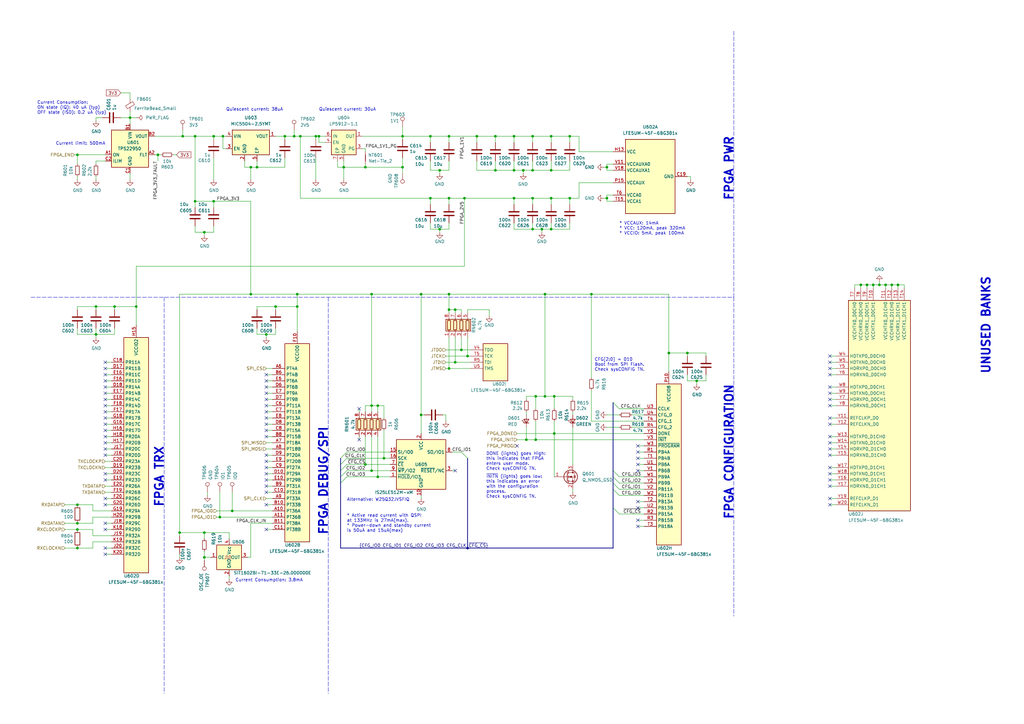
<source format=kicad_sch>
(kicad_sch (version 20211123) (generator eeschema)

  (uuid e6861313-0042-44a8-a0bd-deae1d0fda2f)

  (paper "A3")

  

  (junction (at 365.76 116.84) (diameter 0) (color 0 0 0 0)
    (uuid 015d8a49-10ae-4e19-9e70-b72c1af03708)
  )
  (junction (at 186.69 148.59) (diameter 0) (color 0 0 0 0)
    (uuid 01aa66ec-c204-46db-9471-dbd88931ac4e)
  )
  (junction (at 191.77 146.05) (diameter 0) (color 0 0 0 0)
    (uuid 07225783-ab49-4728-85df-08f87c8935aa)
  )
  (junction (at 210.82 81.28) (diameter 0) (color 0 0 0 0)
    (uuid 082728c1-1596-4b3b-921d-365462ccd9eb)
  )
  (junction (at 39.37 137.16) (diameter 0) (color 0 0 0 0)
    (uuid 09ff8530-714c-45c9-8c7a-26c93d48c5d9)
  )
  (junction (at 152.4 193.04) (diameter 0) (color 0 0 0 0)
    (uuid 0a97c494-9fa6-4758-b55d-ab0c1c9ae24c)
  )
  (junction (at 121.92 125.73) (diameter 0) (color 0 0 0 0)
    (uuid 0b0331f0-ad6e-45d6-b767-0f62f575797e)
  )
  (junction (at 226.06 81.28) (diameter 0) (color 0 0 0 0)
    (uuid 0d2491a5-6181-48a7-add2-ce28cae84fdd)
  )
  (junction (at 80.01 82.55) (diameter 0) (color 0 0 0 0)
    (uuid 0d3955d2-ec45-42f2-ad29-f7661bc81e71)
  )
  (junction (at 31.75 207.01) (diameter 0) (color 0 0 0 0)
    (uuid 0d486e1b-ec2a-4c13-b68c-5a8bc7fbed29)
  )
  (junction (at 248.92 68.58) (diameter 0) (color 0 0 0 0)
    (uuid 0fb1f718-13ff-4f2b-a411-e6e1551bb245)
  )
  (junction (at 195.58 55.88) (diameter 0) (color 0 0 0 0)
    (uuid 16d6c404-82f2-4808-841a-452320964eab)
  )
  (junction (at 219.71 162.56) (diameter 0) (color 0 0 0 0)
    (uuid 175a04b6-29eb-4bba-9e0a-ea2dc8a0d5c6)
  )
  (junction (at 130.81 55.88) (diameter 0) (color 0 0 0 0)
    (uuid 23ec8f2d-7860-42de-a0a2-c0a0c96c3dee)
  )
  (junction (at 223.52 162.56) (diameter 0) (color 0 0 0 0)
    (uuid 241141d8-eefb-4ed3-afda-7ac5b7738674)
  )
  (junction (at 184.15 81.28) (diameter 0) (color 0 0 0 0)
    (uuid 263d1178-f828-4149-9c45-f71b03b12e85)
  )
  (junction (at 31.75 217.17) (diameter 0) (color 0 0 0 0)
    (uuid 29c84d61-59a9-4bce-97ae-96a4ad953873)
  )
  (junction (at 176.53 55.88) (diameter 0) (color 0 0 0 0)
    (uuid 2b9c2ab6-f8b7-4ffb-8d71-50b870056aca)
  )
  (junction (at 152.4 120.65) (diameter 0) (color 0 0 0 0)
    (uuid 2bb526e2-1f77-49f6-b587-841a4f25e4b9)
  )
  (junction (at 226.06 93.98) (diameter 0) (color 0 0 0 0)
    (uuid 2f43ebac-3493-4a24-99fd-1f738ecd834b)
  )
  (junction (at 353.06 116.84) (diameter 0) (color 0 0 0 0)
    (uuid 309af090-80d0-471a-a9f8-2699c79d3160)
  )
  (junction (at 172.72 170.18) (diameter 0) (color 0 0 0 0)
    (uuid 32044e18-85d1-4706-8be5-fb03a25cd02b)
  )
  (junction (at 152.4 166.37) (diameter 0) (color 0 0 0 0)
    (uuid 32b5234c-818b-49f1-a2b7-7d2751860c55)
  )
  (junction (at 165.1 68.58) (diameter 0) (color 0 0 0 0)
    (uuid 3772de85-8e0f-45b1-81ea-2104ddf4cec9)
  )
  (junction (at 83.82 218.44) (diameter 0) (color 0 0 0 0)
    (uuid 392d2075-8af3-405f-aa66-719b5a8b3345)
  )
  (junction (at 73.66 218.44) (diameter 0) (color 0 0 0 0)
    (uuid 3e9126e9-870f-46f4-88af-ab6b54b7d9d4)
  )
  (junction (at 180.34 93.98) (diameter 0) (color 0 0 0 0)
    (uuid 3fd801ff-d97c-430b-9065-5c17c20e5123)
  )
  (junction (at 176.53 81.28) (diameter 0) (color 0 0 0 0)
    (uuid 474d91f8-4912-4d08-a30b-bdf6e5840aef)
  )
  (junction (at 191.77 224.79) (diameter 0) (color 0 0 0 0)
    (uuid 4881581d-dd9d-4882-93df-984b5b3f8000)
  )
  (junction (at 218.44 93.98) (diameter 0) (color 0 0 0 0)
    (uuid 48f8fb2b-5c2d-41cb-91e3-34126275c64f)
  )
  (junction (at 83.82 228.6) (diameter 0) (color 0 0 0 0)
    (uuid 4d819a31-f9aa-4662-a958-7d3cc3434aa9)
  )
  (junction (at 64.77 63.5) (diameter 0) (color 0 0 0 0)
    (uuid 4e58b0b2-2fa8-4706-a4dc-33665ff5d822)
  )
  (junction (at 46.99 125.73) (diameter 0) (color 0 0 0 0)
    (uuid 53809074-8db8-4e18-a150-120940309410)
  )
  (junction (at 218.44 55.88) (diameter 0) (color 0 0 0 0)
    (uuid 57b99b92-9f82-4581-9106-defea394ccc3)
  )
  (junction (at 358.14 116.84) (diameter 0) (color 0 0 0 0)
    (uuid 589b7dd2-0205-4f2e-a79a-3f0cda7ed6f3)
  )
  (junction (at 184.15 55.88) (diameter 0) (color 0 0 0 0)
    (uuid 58a24151-b93e-418c-aec8-57b59c26a930)
  )
  (junction (at 140.97 68.58) (diameter 0) (color 0 0 0 0)
    (uuid 5e8e6715-3faa-41f3-a217-5270d010e5cd)
  )
  (junction (at 274.32 144.78) (diameter 0) (color 0 0 0 0)
    (uuid 667c348a-d139-4b04-acb5-5645964ed3b9)
  )
  (junction (at 123.19 55.88) (diameter 0) (color 0 0 0 0)
    (uuid 6b822e02-508e-48fc-ae6a-5b8535c98b54)
  )
  (junction (at 80.01 55.88) (diameter 0) (color 0 0 0 0)
    (uuid 6c6d74f2-c611-4ff8-ab33-056c67ccae2f)
  )
  (junction (at 226.06 69.85) (diameter 0) (color 0 0 0 0)
    (uuid 7208c6bc-a988-44d4-9c9a-e3ab5fa80c38)
  )
  (junction (at 87.63 55.88) (diameter 0) (color 0 0 0 0)
    (uuid 77dd8ad7-adcb-4643-b9df-382975cd5213)
  )
  (junction (at 31.75 214.63) (diameter 0) (color 0 0 0 0)
    (uuid 7d551cc8-80c5-40d0-a988-3a7d0922c903)
  )
  (junction (at 233.68 55.88) (diameter 0) (color 0 0 0 0)
    (uuid 7e47ee72-eea1-4946-878a-45c4ab4f3e3c)
  )
  (junction (at 105.41 68.58) (diameter 0) (color 0 0 0 0)
    (uuid 7f219e85-8bbc-4683-9db4-ae3e439b4b5b)
  )
  (junction (at 55.88 125.73) (diameter 0) (color 0 0 0 0)
    (uuid 7f753df1-6b84-4154-a786-49888fedb803)
  )
  (junction (at 219.71 180.34) (diameter 0) (color 0 0 0 0)
    (uuid 811cd69f-4dd8-47a7-a303-0ca36cee248f)
  )
  (junction (at 109.22 137.16) (diameter 0) (color 0 0 0 0)
    (uuid 82494344-2f2c-4de0-a7fd-72a6a0647225)
  )
  (junction (at 102.87 68.58) (diameter 0) (color 0 0 0 0)
    (uuid 82c61167-643f-4fa4-9de3-f6f706bb8ba4)
  )
  (junction (at 184.15 120.65) (diameter 0) (color 0 0 0 0)
    (uuid 8629f088-ad32-41b1-b2c0-e166d87217e4)
  )
  (junction (at 218.44 69.85) (diameter 0) (color 0 0 0 0)
    (uuid 87626367-2304-4ed0-b451-61be4738fb77)
  )
  (junction (at 149.86 68.58) (diameter 0) (color 0 0 0 0)
    (uuid 89216b3d-8741-4e99-8d95-8cd4e06825c1)
  )
  (junction (at 184.15 151.13) (diameter 0) (color 0 0 0 0)
    (uuid 8a5d9b85-7762-4fea-840d-0540048f2180)
  )
  (junction (at 242.57 120.65) (diameter 0) (color 0 0 0 0)
    (uuid 8ab6a98d-3da8-4eae-b246-010cfaacbb09)
  )
  (junction (at 186.69 127) (diameter 0) (color 0 0 0 0)
    (uuid 8b7f94d2-c45d-4849-bceb-9c9c73d0c095)
  )
  (junction (at 285.75 156.21) (diameter 0) (color 0 0 0 0)
    (uuid 8c315a62-8d5b-41dc-9589-396ebc61c194)
  )
  (junction (at 203.2 69.85) (diameter 0) (color 0 0 0 0)
    (uuid 8ef5e007-66b6-4278-ac01-83339d8e5995)
  )
  (junction (at 39.37 125.73) (diameter 0) (color 0 0 0 0)
    (uuid 900f2a37-e72f-479b-816d-6716ba4b9f27)
  )
  (junction (at 203.2 55.88) (diameter 0) (color 0 0 0 0)
    (uuid 9c594d4c-0b81-492b-ad28-bc108def6dfa)
  )
  (junction (at 31.75 224.79) (diameter 0) (color 0 0 0 0)
    (uuid 9d835ca6-eab2-430e-8507-201b163d4a71)
  )
  (junction (at 120.65 55.88) (diameter 0) (color 0 0 0 0)
    (uuid 9d88d158-53ba-46e7-84f9-976c973aa56e)
  )
  (junction (at 281.94 144.78) (diameter 0) (color 0 0 0 0)
    (uuid 9e618698-f1bc-4f78-9b97-92aace28e15f)
  )
  (junction (at 90.17 212.09) (diameter 0) (color 0 0 0 0)
    (uuid a844a060-e560-4c5a-af7b-0b1046e597fb)
  )
  (junction (at 149.86 190.5) (diameter 0) (color 0 0 0 0)
    (uuid a8a40f41-66c9-46f2-8cd4-d1c19a83ed77)
  )
  (junction (at 184.15 127) (diameter 0) (color 0 0 0 0)
    (uuid a8a6c6ab-e734-47dd-87c0-f155e00cf612)
  )
  (junction (at 74.93 55.88) (diameter 0) (color 0 0 0 0)
    (uuid a91fa13e-bea9-4e69-9a5f-f6d4aa719767)
  )
  (junction (at 227.33 177.8) (diameter 0) (color 0 0 0 0)
    (uuid aa77a0ad-aac3-4734-9015-ed94cd1af9fe)
  )
  (junction (at 83.82 95.25) (diameter 0) (color 0 0 0 0)
    (uuid abc16d80-4a9d-483f-bc3e-0b9dca49f826)
  )
  (junction (at 248.92 81.28) (diameter 0) (color 0 0 0 0)
    (uuid ae3fa487-99c2-406a-893b-2345b2079711)
  )
  (junction (at 154.94 195.58) (diameter 0) (color 0 0 0 0)
    (uuid ba0946b6-4288-4422-b81a-9ca506e3a96e)
  )
  (junction (at 223.52 120.65) (diameter 0) (color 0 0 0 0)
    (uuid bed2f8e2-b64f-4424-97ef-13e997f59ce2)
  )
  (junction (at 233.68 81.28) (diameter 0) (color 0 0 0 0)
    (uuid c19e6f1b-73ce-443b-81a6-0b8fb8bce685)
  )
  (junction (at 363.22 116.84) (diameter 0) (color 0 0 0 0)
    (uuid c2f168e7-1d61-4706-946e-287606204505)
  )
  (junction (at 157.48 187.96) (diameter 0) (color 0 0 0 0)
    (uuid c3e0acc9-548b-46f7-aa45-012024456523)
  )
  (junction (at 210.82 55.88) (diameter 0) (color 0 0 0 0)
    (uuid c4a5d0cb-a843-4b71-a857-3ce5db99dcc7)
  )
  (junction (at 222.25 93.98) (diameter 0) (color 0 0 0 0)
    (uuid c9f6c641-2ff3-4d75-a806-2f5278082e8f)
  )
  (junction (at 227.33 162.56) (diameter 0) (color 0 0 0 0)
    (uuid caf935bd-1e71-41ca-84e2-5c51f56be8a2)
  )
  (junction (at 53.34 48.26) (diameter 0) (color 0 0 0 0)
    (uuid cb365aa4-48fc-4ba2-bfcf-9c6f87c95039)
  )
  (junction (at 165.1 55.88) (diameter 0) (color 0 0 0 0)
    (uuid cc0d15d6-5505-4639-8721-76167e8ddc8d)
  )
  (junction (at 215.9 180.34) (diameter 0) (color 0 0 0 0)
    (uuid cd7a2132-bd59-4811-9e89-d10c1bfed2df)
  )
  (junction (at 116.84 55.88) (diameter 0) (color 0 0 0 0)
    (uuid d0134b57-dfae-49d9-a32f-12a6e3a6bbba)
  )
  (junction (at 180.34 69.85) (diameter 0) (color 0 0 0 0)
    (uuid d085d73e-e22b-424b-930b-d712f9d45991)
  )
  (junction (at 87.63 82.55) (diameter 0) (color 0 0 0 0)
    (uuid d122dbff-d219-4548-af83-e3842a6745fa)
  )
  (junction (at 210.82 69.85) (diameter 0) (color 0 0 0 0)
    (uuid d545967e-8eb9-42d3-8c93-4f8e99d2b86c)
  )
  (junction (at 129.54 55.88) (diameter 0) (color 0 0 0 0)
    (uuid d8289ceb-0cbc-4407-b6da-63c6ce14a596)
  )
  (junction (at 226.06 55.88) (diameter 0) (color 0 0 0 0)
    (uuid e143187b-4489-4598-8974-9bf7c3b9056f)
  )
  (junction (at 154.94 166.37) (diameter 0) (color 0 0 0 0)
    (uuid e2a96a11-26fd-435b-aa4d-b9f802b462d7)
  )
  (junction (at 31.75 63.5) (diameter 0) (color 0 0 0 0)
    (uuid ec45c837-529c-45d3-94cb-18f8f6c213b7)
  )
  (junction (at 214.63 69.85) (diameter 0) (color 0 0 0 0)
    (uuid f3f00ca7-0980-4aad-88ea-ad6a37d99bd5)
  )
  (junction (at 189.23 143.51) (diameter 0) (color 0 0 0 0)
    (uuid f4f53f11-e45d-4a95-af8c-6f5814139d22)
  )
  (junction (at 95.25 209.55) (diameter 0) (color 0 0 0 0)
    (uuid f5d947e0-1a40-4be1-b537-55484539f42b)
  )
  (junction (at 172.72 120.65) (diameter 0) (color 0 0 0 0)
    (uuid f6140a48-676c-466c-892d-90e0c1252456)
  )
  (junction (at 113.03 125.73) (diameter 0) (color 0 0 0 0)
    (uuid f6e24a42-e21b-4472-a53f-0c68bf5b725c)
  )
  (junction (at 368.3 116.84) (diameter 0) (color 0 0 0 0)
    (uuid f7ca5290-a5d5-484d-9c2f-2d74b074fc9d)
  )
  (junction (at 190.5 81.28) (diameter 0) (color 0 0 0 0)
    (uuid f8e9b383-da90-47b7-8581-25ba2f8cb27e)
  )
  (junction (at 360.68 116.84) (diameter 0) (color 0 0 0 0)
    (uuid f9cebe2c-53f4-44bc-9972-631a005389db)
  )
  (junction (at 102.87 120.65) (diameter 0) (color 0 0 0 0)
    (uuid fb0e24bd-ac78-44cb-8b32-8ae8bfe081cb)
  )
  (junction (at 355.6 116.84) (diameter 0) (color 0 0 0 0)
    (uuid fc183d27-6103-4185-b267-2883ea678f58)
  )
  (junction (at 121.92 120.65) (diameter 0) (color 0 0 0 0)
    (uuid fcce69bc-33c3-4996-ba5b-c1eda94e7634)
  )
  (junction (at 91.44 55.88) (diameter 0) (color 0 0 0 0)
    (uuid fd80188d-0086-479b-a640-c7643d11364b)
  )
  (junction (at 218.44 81.28) (diameter 0) (color 0 0 0 0)
    (uuid fdf9f1e0-ce8a-4ecb-9472-5adf8bfe8e67)
  )

  (no_connect (at 43.18 151.13) (uuid 0087fb22-ba0c-4acc-b8bc-9fdd9623d4bf))
  (no_connect (at 43.18 204.47) (uuid 092bc9ec-e3c7-4eae-b7f7-77b94e386478))
  (no_connect (at 340.36 171.45) (uuid 0c98e987-c025-4634-a5df-d3d1ab517326))
  (no_connect (at 43.18 184.15) (uuid 0d616157-6bdf-45aa-bced-1021f97957e2))
  (no_connect (at 43.18 176.53) (uuid 0d616157-6bdf-45aa-bced-1021f97957e3))
  (no_connect (at 43.18 179.07) (uuid 0d616157-6bdf-45aa-bced-1021f97957e4))
  (no_connect (at 43.18 181.61) (uuid 0d616157-6bdf-45aa-bced-1021f97957e5))
  (no_connect (at 186.69 193.04) (uuid 0d97e9cd-c31a-4ad5-a968-c012e35fc182))
  (no_connect (at 109.22 156.21) (uuid 12bb232f-8d44-416d-9f9a-c3817e1f9a82))
  (no_connect (at 340.36 153.67) (uuid 16858b84-962e-4c0c-9029-c64eef86a02c))
  (no_connect (at 109.22 207.01) (uuid 17062b70-c549-4bcd-b5f3-6b5f30bea7aa))
  (no_connect (at 147.32 180.34) (uuid 17810d0d-3add-4b7d-8acf-f81a3c191f45))
  (no_connect (at 109.22 166.37) (uuid 1856bedc-4340-4752-b096-e6d8f5bcf31b))
  (no_connect (at 109.22 153.67) (uuid 1b346ad8-49c1-4d9a-9e92-c03d189ee1dd))
  (no_connect (at 43.18 214.63) (uuid 20d1812c-cd35-4c64-908b-bbd37c456360))
  (no_connect (at 109.22 161.29) (uuid 20d359e1-1836-4cbc-af2f-3630566df0d0))
  (no_connect (at 340.36 186.69) (uuid 25814e56-9bc7-4124-9394-9ee29271646d))
  (no_connect (at 43.18 217.17) (uuid 27d1c3c8-1813-43b9-877b-d67d9b61a694))
  (no_connect (at 340.36 173.99) (uuid 28f20c3f-016b-4f4b-88bc-c446babd0389))
  (no_connect (at 340.36 163.83) (uuid 2e5814b0-7418-4d8b-9225-5761e57effce))
  (no_connect (at 109.22 179.07) (uuid 2f4cdc79-030c-4165-a024-a7947d41e2fa))
  (no_connect (at 109.22 186.69) (uuid 39110e7c-525d-47be-9ab5-6a9c05261880))
  (no_connect (at 43.18 224.79) (uuid 39507dbc-d91c-4e92-a89e-2259b7223eca))
  (no_connect (at 43.18 158.75) (uuid 3edb3167-e45b-49a4-a46e-0c3b66c8794c))
  (no_connect (at 261.62 208.28) (uuid 44d1208f-3dab-4b1f-a881-04d6516bd03a))
  (no_connect (at 43.18 168.91) (uuid 469a0a3e-9e33-4569-a802-6a64c4500215))
  (no_connect (at 109.22 191.77) (uuid 532043c0-7b92-4671-9c04-5a267bef43fd))
  (no_connect (at 340.36 194.31) (uuid 56fc22f7-a334-4b7b-b893-802d803a388f))
  (no_connect (at 340.36 161.29) (uuid 5bd02ad9-616e-438d-8947-657b03c8fdf8))
  (no_connect (at 212.09 182.88) (uuid 5cef7952-c5d9-4b64-8654-67db4abb18c3))
  (no_connect (at 109.22 199.39) (uuid 5d18cfa1-cd09-446a-be68-ac5734008cfe))
  (no_connect (at 261.62 185.42) (uuid 5f980097-c3af-4712-b759-d76150575b23))
  (no_connect (at 109.22 189.23) (uuid 61a081bd-8501-47d3-bd39-7d1a0c21cff0))
  (no_connect (at 340.36 179.07) (uuid 650df6eb-3cb5-452a-8dff-7e9860a6c5b1))
  (no_connect (at 43.18 156.21) (uuid 65ec770c-f207-4c98-84df-4fface0e5735))
  (no_connect (at 340.36 148.59) (uuid 660f8cb0-4756-4d03-a17a-91deb7529503))
  (no_connect (at 261.62 182.88) (uuid 74de4f60-8e78-40c1-a3fb-3b6879fff038))
  (no_connect (at 43.18 227.33) (uuid 7a9ccfdf-f203-42e3-a246-c7952ed42301))
  (no_connect (at 109.22 194.31) (uuid 7c2c06b3-79e4-4293-931d-2fa96c3a5eb8))
  (no_connect (at 340.36 207.01) (uuid 7e4f8b88-6c4b-4ba5-bc05-ae0251584d83))
  (no_connect (at 43.18 163.83) (uuid 8511434d-1111-416b-b59e-7f7fab3537d6))
  (no_connect (at 43.18 161.29) (uuid 878ae374-4f73-4474-bde8-ea148af29188))
  (no_connect (at 340.36 199.39) (uuid 879cafa2-6b51-4ef1-aceb-a656f504a7db))
  (no_connect (at 261.62 205.74) (uuid 8fd6b421-fd42-4b9c-9ec5-7fe6ad287c38))
  (no_connect (at 340.36 196.85) (uuid 935be522-7bfc-4865-ac3c-5ec78d38615f))
  (no_connect (at 43.18 171.45) (uuid 952ad99e-d3ed-4ada-99ce-e2c704402aab))
  (no_connect (at 340.36 181.61) (uuid 9675bcba-4001-4c4f-af07-32a85229f5c2))
  (no_connect (at 147.32 167.64) (uuid 99c140b3-14bb-42d7-bae0-3da14f101fb6))
  (no_connect (at 109.22 173.99) (uuid 9eb7170b-3da1-457a-910a-997869bded1a))
  (no_connect (at 43.18 148.59) (uuid 9ec70d98-75ce-4ab7-9e1f-60ef736cb193))
  (no_connect (at 109.22 171.45) (uuid a00238f5-72d6-40e7-b73e-3ffd08ceee7e))
  (no_connect (at 109.22 196.85) (uuid a0a81c39-62ab-483b-92e8-438842cf19fc))
  (no_connect (at 340.36 151.13) (uuid a1ea9e06-ed8a-4942-82a7-221567c6c412))
  (no_connect (at 340.36 191.77) (uuid a4413f7c-ef15-4c3e-8922-4bd0bfe13b42))
  (no_connect (at 43.18 166.37) (uuid a5f92b36-b8f4-4a10-90da-5695567ef3ec))
  (no_connect (at 109.22 158.75) (uuid b1011abf-258e-4cab-a44d-332b4651c3f5))
  (no_connect (at 340.36 204.47) (uuid bd77d4da-2421-46eb-9c83-3023827bf9fd))
  (no_connect (at 261.62 190.5) (uuid be7de968-33ef-4f91-8b12-f0d3a2050b4c))
  (no_connect (at 109.22 168.91) (uuid c5674969-13d8-40d2-99ca-df9adcd5445d))
  (no_connect (at 109.22 201.93) (uuid c6c4013d-3700-4ed7-9261-acfb9c8eeaa7))
  (no_connect (at 340.36 166.37) (uuid cc3d9289-a007-4614-9162-46212988df32))
  (no_connect (at 109.22 163.83) (uuid cdd6a1ea-c980-432f-ae87-d2e371cec527))
  (no_connect (at 340.36 158.75) (uuid cf536c01-1fe3-48e2-9066-91e69081eba0))
  (no_connect (at 43.18 196.85) (uuid d2a1dfde-6514-44a0-868d-aeae5393d2b9))
  (no_connect (at 261.62 213.36) (uuid d5984c9f-d7d6-4880-9ccf-8cd0f0739db2))
  (no_connect (at 43.18 173.99) (uuid d6e25b57-4f73-4a9e-96e1-2afe3109a444))
  (no_connect (at 261.62 187.96) (uuid dc7a756e-09f4-4e54-84a6-91b102dbd2de))
  (no_connect (at 261.62 193.04) (uuid e08881a7-ea9c-46a7-bd76-7c0809750c00))
  (no_connect (at 340.36 184.15) (uuid e10e3766-2759-42b0-b3de-138cc1d6adc1))
  (no_connect (at 43.18 153.67) (uuid e3394ed9-1c21-4e5c-bcea-5e971d8a7cf7))
  (no_connect (at 340.36 146.05) (uuid e450052a-bfe2-4805-9f49-d5cbba0a81b5))
  (no_connect (at 261.62 215.9) (uuid ede8c8b8-df9b-4773-bea5-99eda1e39312))
  (no_connect (at 109.22 217.17) (uuid f3e9a2b1-bb51-4ad1-8079-e7d788831e63))
  (no_connect (at 43.18 194.31) (uuid f5ab30bd-8933-4d63-90be-5a945f7dcc81))
  (no_connect (at 43.18 207.01) (uuid f62364e9-06e8-4878-a9f6-c9fb562d98a1))
  (no_connect (at 43.18 186.69) (uuid f76de2de-56c9-4236-84f0-f5b7fc28e87a))
  (no_connect (at 109.22 176.53) (uuid fdcc1581-186c-4c19-b4e5-135f15587d55))

  (bus_entry (at 251.46 198.12) (size 2.54 2.54)
    (stroke (width 0) (type default) (color 0 0 0 0))
    (uuid 1298f126-2352-48f2-825f-de17742fc4db)
  )
  (bus_entry (at 139.7 198.12) (size 2.54 -2.54)
    (stroke (width 0) (type default) (color 0 0 0 0))
    (uuid 23b51995-fe23-4d97-a066-5f4147818f87)
  )
  (bus_entry (at 189.23 185.42) (size 2.54 2.54)
    (stroke (width 0) (type default) (color 0 0 0 0))
    (uuid 665861bb-3c85-43bc-9dc7-9c72219f317e)
  )
  (bus_entry (at 251.46 200.66) (size 2.54 2.54)
    (stroke (width 0) (type default) (color 0 0 0 0))
    (uuid 75a9480d-8ac3-41df-9f4f-5d9ed7a1782e)
  )
  (bus_entry (at 139.7 195.58) (size 2.54 -2.54)
    (stroke (width 0) (type default) (color 0 0 0 0))
    (uuid 785dddf9-3cf0-4e85-8632-1a314bbc34b2)
  )
  (bus_entry (at 251.46 193.04) (size 2.54 2.54)
    (stroke (width 0) (type default) (color 0 0 0 0))
    (uuid 8ce16e23-12f4-46be-951f-c046f1bd3479)
  )
  (bus_entry (at 251.46 195.58) (size 2.54 2.54)
    (stroke (width 0) (type default) (color 0 0 0 0))
    (uuid ae509cef-b2d4-4701-bd39-f4d022ead86d)
  )
  (bus_entry (at 139.7 190.5) (size 2.54 -2.54)
    (stroke (width 0) (type default) (color 0 0 0 0))
    (uuid cc888799-c0b4-4c79-87f8-a4a62f5d81d0)
  )
  (bus_entry (at 139.7 193.04) (size 2.54 -2.54)
    (stroke (width 0) (type default) (color 0 0 0 0))
    (uuid cc888799-c0b4-4c79-87f8-a4a62f5d81d1)
  )
  (bus_entry (at 142.24 185.42) (size -2.54 2.54)
    (stroke (width 0) (type default) (color 0 0 0 0))
    (uuid cc888799-c0b4-4c79-87f8-a4a62f5d81d2)
  )
  (bus_entry (at 251.46 208.28) (size 2.54 2.54)
    (stroke (width 0) (type default) (color 0 0 0 0))
    (uuid dbd2f208-6165-4a10-afab-a9eb941486a4)
  )
  (bus_entry (at 251.46 165.1) (size 2.54 2.54)
    (stroke (width 0) (type default) (color 0 0 0 0))
    (uuid fe7571cb-0e18-4010-9006-7209546aee72)
  )

  (wire (pts (xy 100.33 68.58) (xy 102.87 68.58))
    (stroke (width 0) (type default) (color 0 0 0 0))
    (uuid 000a7a28-d287-471c-aa9b-2f3ff3fe4f62)
  )
  (wire (pts (xy 172.72 170.18) (xy 173.99 170.18))
    (stroke (width 0) (type default) (color 0 0 0 0))
    (uuid 007a2dd6-2206-470e-8f15-efafeccccf3a)
  )
  (wire (pts (xy 350.52 118.11) (xy 350.52 116.84))
    (stroke (width 0) (type default) (color 0 0 0 0))
    (uuid 011126bb-ae88-4d25-a1da-ede22aa5529c)
  )
  (wire (pts (xy 203.2 69.85) (xy 210.82 69.85))
    (stroke (width 0) (type default) (color 0 0 0 0))
    (uuid 027be7fd-b456-4bdc-8405-7bd7824b9d3c)
  )
  (wire (pts (xy 26.67 217.17) (xy 31.75 217.17))
    (stroke (width 0) (type default) (color 0 0 0 0))
    (uuid 03637e18-e11c-4b9f-90f4-25e02d3e8f6b)
  )
  (wire (pts (xy 242.57 120.65) (xy 274.32 120.65))
    (stroke (width 0) (type default) (color 0 0 0 0))
    (uuid 04033699-6db0-441b-8bf7-eec0c4b3b674)
  )
  (wire (pts (xy 233.68 93.98) (xy 233.68 91.44))
    (stroke (width 0) (type default) (color 0 0 0 0))
    (uuid 0408e91b-4ff1-40da-a555-48aeb55678a3)
  )
  (wire (pts (xy 247.65 81.28) (xy 248.92 81.28))
    (stroke (width 0) (type default) (color 0 0 0 0))
    (uuid 04819c47-78fd-4566-9d0c-a7917acb0fc6)
  )
  (wire (pts (xy 74.93 55.88) (xy 80.01 55.88))
    (stroke (width 0) (type default) (color 0 0 0 0))
    (uuid 04c4fb41-70df-48bb-b70e-ec602eaa908c)
  )
  (wire (pts (xy 254 195.58) (xy 264.16 195.58))
    (stroke (width 0) (type default) (color 0 0 0 0))
    (uuid 04e1fb0d-fb90-4b59-8c10-a2e6b65a5e0f)
  )
  (wire (pts (xy 91.44 60.96) (xy 92.71 60.96))
    (stroke (width 0) (type default) (color 0 0 0 0))
    (uuid 0527e7fb-d830-428e-8edd-12be002c6816)
  )
  (wire (pts (xy 355.6 116.84) (xy 355.6 118.11))
    (stroke (width 0) (type default) (color 0 0 0 0))
    (uuid 067735cf-7010-4a70-b732-351b164a2169)
  )
  (wire (pts (xy 195.58 55.88) (xy 203.2 55.88))
    (stroke (width 0) (type default) (color 0 0 0 0))
    (uuid 070218f1-c0b9-47d3-8494-9f5ba601f8f1)
  )
  (wire (pts (xy 248.92 80.01) (xy 251.46 80.01))
    (stroke (width 0) (type default) (color 0 0 0 0))
    (uuid 076e2297-1cf9-4d98-99e1-3678c817b474)
  )
  (wire (pts (xy 210.82 91.44) (xy 210.82 93.98))
    (stroke (width 0) (type default) (color 0 0 0 0))
    (uuid 08e3b1d0-8d2b-47e7-8df6-32d62de82992)
  )
  (wire (pts (xy 109.22 181.61) (xy 111.76 181.61))
    (stroke (width 0) (type default) (color 0 0 0 0))
    (uuid 09033c23-8490-4e5c-b958-1ecb82045303)
  )
  (wire (pts (xy 26.67 207.01) (xy 31.75 207.01))
    (stroke (width 0) (type default) (color 0 0 0 0))
    (uuid 0923fc8c-f40c-4491-87fe-a32c6de91bcd)
  )
  (wire (pts (xy 102.87 68.58) (xy 102.87 73.66))
    (stroke (width 0) (type default) (color 0 0 0 0))
    (uuid 0964d174-52d1-4fe3-a375-df81f4eecf32)
  )
  (wire (pts (xy 234.95 162.56) (xy 227.33 162.56))
    (stroke (width 0) (type default) (color 0 0 0 0))
    (uuid 098da118-9076-4855-b433-1fb81c3b9831)
  )
  (wire (pts (xy 237.49 74.93) (xy 237.49 81.28))
    (stroke (width 0) (type default) (color 0 0 0 0))
    (uuid 0a090dea-d9bb-4ecb-8369-5450bdeedb0a)
  )
  (wire (pts (xy 259.08 170.18) (xy 264.16 170.18))
    (stroke (width 0) (type default) (color 0 0 0 0))
    (uuid 0a0efa78-3dbd-44e2-9cac-bbbc1514cb4a)
  )
  (wire (pts (xy 182.88 170.18) (xy 182.88 172.72))
    (stroke (width 0) (type default) (color 0 0 0 0))
    (uuid 0a428af4-d960-4f7c-a083-504057c1e819)
  )
  (wire (pts (xy 140.97 68.58) (xy 140.97 73.66))
    (stroke (width 0) (type default) (color 0 0 0 0))
    (uuid 0ab7c964-aa65-4f98-99d4-7065a22564c5)
  )
  (wire (pts (xy 237.49 74.93) (xy 251.46 74.93))
    (stroke (width 0) (type default) (color 0 0 0 0))
    (uuid 0ae36132-572d-4eee-b277-0e8a48bcf201)
  )
  (wire (pts (xy 93.98 236.22) (xy 93.98 237.49))
    (stroke (width 0) (type default) (color 0 0 0 0))
    (uuid 0dfd3030-be04-4d31-ab7a-5e9d80308efc)
  )
  (wire (pts (xy 154.94 179.07) (xy 154.94 195.58))
    (stroke (width 0) (type default) (color 0 0 0 0))
    (uuid 0e475c27-688f-4e55-a388-4c84998966b4)
  )
  (wire (pts (xy 203.2 69.85) (xy 203.2 66.04))
    (stroke (width 0) (type default) (color 0 0 0 0))
    (uuid 0f7f6628-a60e-41ca-974f-c8f19e1f7cee)
  )
  (wire (pts (xy 261.62 213.36) (xy 264.16 213.36))
    (stroke (width 0) (type default) (color 0 0 0 0))
    (uuid 10b73343-3a3a-4377-b401-04c4334fea4e)
  )
  (wire (pts (xy 105.41 66.04) (xy 105.41 68.58))
    (stroke (width 0) (type default) (color 0 0 0 0))
    (uuid 113bb107-b581-4359-b68c-6e9f399b0c9c)
  )
  (wire (pts (xy 83.82 218.44) (xy 83.82 220.98))
    (stroke (width 0) (type default) (color 0 0 0 0))
    (uuid 116f0b71-d5d7-4690-a677-68fa8ebbc7ce)
  )
  (wire (pts (xy 43.18 224.79) (xy 45.72 224.79))
    (stroke (width 0) (type default) (color 0 0 0 0))
    (uuid 12236ce1-b1d9-4ab2-93b0-cfa25b714ba6)
  )
  (wire (pts (xy 148.59 55.88) (xy 165.1 55.88))
    (stroke (width 0) (type default) (color 0 0 0 0))
    (uuid 12631fd5-c468-49ea-999c-20bf1673d5f7)
  )
  (wire (pts (xy 210.82 58.42) (xy 210.82 55.88))
    (stroke (width 0) (type default) (color 0 0 0 0))
    (uuid 1372a694-f677-44fe-b4dd-0a71f342334f)
  )
  (wire (pts (xy 218.44 58.42) (xy 218.44 55.88))
    (stroke (width 0) (type default) (color 0 0 0 0))
    (uuid 143caf48-02aa-40bb-904f-1fdda2322c30)
  )
  (wire (pts (xy 116.84 57.15) (xy 116.84 55.88))
    (stroke (width 0) (type default) (color 0 0 0 0))
    (uuid 147e57f3-09c1-4883-bb5d-2e2d921a0789)
  )
  (wire (pts (xy 215.9 180.34) (xy 219.71 180.34))
    (stroke (width 0) (type default) (color 0 0 0 0))
    (uuid 148914fb-24cd-4620-8dcf-48009551ad5c)
  )
  (wire (pts (xy 234.95 175.26) (xy 234.95 190.5))
    (stroke (width 0) (type default) (color 0 0 0 0))
    (uuid 14e5c329-6fc9-49e6-8c2c-39adc3fa7bae)
  )
  (wire (pts (xy 157.48 187.96) (xy 160.02 187.96))
    (stroke (width 0) (type default) (color 0 0 0 0))
    (uuid 1511e26f-5b40-4858-b87d-9fa6963bb64a)
  )
  (wire (pts (xy 219.71 172.72) (xy 219.71 180.34))
    (stroke (width 0) (type default) (color 0 0 0 0))
    (uuid 1512b437-e608-480d-9216-180d37bc381d)
  )
  (wire (pts (xy 80.01 92.71) (xy 80.01 95.25))
    (stroke (width 0) (type default) (color 0 0 0 0))
    (uuid 153330dc-17c7-489f-8801-3c161687c1de)
  )
  (wire (pts (xy 191.77 146.05) (xy 193.04 146.05))
    (stroke (width 0) (type default) (color 0 0 0 0))
    (uuid 15829e3c-63b9-4093-ae7d-5f8ad9fc183b)
  )
  (wire (pts (xy 43.18 227.33) (xy 45.72 227.33))
    (stroke (width 0) (type default) (color 0 0 0 0))
    (uuid 159cc0ef-92d5-45e7-a973-60f5f57578cc)
  )
  (wire (pts (xy 116.84 55.88) (xy 120.65 55.88))
    (stroke (width 0) (type default) (color 0 0 0 0))
    (uuid 15ad6238-de28-497c-bc2f-9e8d19b1019b)
  )
  (wire (pts (xy 109.22 158.75) (xy 111.76 158.75))
    (stroke (width 0) (type default) (color 0 0 0 0))
    (uuid 15e11933-fc6e-47fb-9c0b-3a3f0e3fabd8)
  )
  (wire (pts (xy 87.63 82.55) (xy 102.87 82.55))
    (stroke (width 0) (type default) (color 0 0 0 0))
    (uuid 169f2fce-06b2-4370-9ee8-71cc966a0ae4)
  )
  (wire (pts (xy 340.36 151.13) (xy 342.9 151.13))
    (stroke (width 0) (type default) (color 0 0 0 0))
    (uuid 18ab848d-f736-41fd-be47-ccaefa70d346)
  )
  (wire (pts (xy 186.69 127) (xy 184.15 127))
    (stroke (width 0) (type default) (color 0 0 0 0))
    (uuid 18dff984-139d-4e85-8aab-2aeebb701188)
  )
  (wire (pts (xy 219.71 162.56) (xy 223.52 162.56))
    (stroke (width 0) (type default) (color 0 0 0 0))
    (uuid 190a3cc4-def8-4206-ab90-d00b9e7eaadf)
  )
  (wire (pts (xy 203.2 55.88) (xy 210.82 55.88))
    (stroke (width 0) (type default) (color 0 0 0 0))
    (uuid 1929225b-07a8-48c5-9b7a-bb2a2894ef20)
  )
  (wire (pts (xy 140.97 66.04) (xy 140.97 68.58))
    (stroke (width 0) (type default) (color 0 0 0 0))
    (uuid 192c3ff8-a4db-4f6d-be75-006aa6e179dc)
  )
  (wire (pts (xy 39.37 125.73) (xy 46.99 125.73))
    (stroke (width 0) (type default) (color 0 0 0 0))
    (uuid 1955165a-75cf-47a6-b491-2fe60f45fd8e)
  )
  (wire (pts (xy 233.68 55.88) (xy 237.49 55.88))
    (stroke (width 0) (type default) (color 0 0 0 0))
    (uuid 1a3b9972-77a9-4c1f-88dc-a0fd8b1a5ccf)
  )
  (wire (pts (xy 45.72 222.25) (xy 38.1 222.25))
    (stroke (width 0) (type default) (color 0 0 0 0))
    (uuid 1a58cf29-d961-4692-a0a1-d632ea4c6ab7)
  )
  (wire (pts (xy 186.69 138.43) (xy 186.69 148.59))
    (stroke (width 0) (type default) (color 0 0 0 0))
    (uuid 1a9a7ca9-a221-4e29-912f-968e6c98fcb4)
  )
  (wire (pts (xy 165.1 64.77) (xy 165.1 68.58))
    (stroke (width 0) (type default) (color 0 0 0 0))
    (uuid 1aff05db-ff8b-4d22-92c9-b292a2cd0c0a)
  )
  (wire (pts (xy 73.66 218.44) (xy 83.82 218.44))
    (stroke (width 0) (type default) (color 0 0 0 0))
    (uuid 1b08048a-8695-4a55-aeff-ae75b2db373e)
  )
  (wire (pts (xy 53.34 71.12) (xy 53.34 73.66))
    (stroke (width 0) (type default) (color 0 0 0 0))
    (uuid 1c340051-8d5d-4832-bfff-179f25b7fb14)
  )
  (wire (pts (xy 43.18 181.61) (xy 45.72 181.61))
    (stroke (width 0) (type default) (color 0 0 0 0))
    (uuid 1e83acf9-f875-442b-9af7-7d56c2f6388b)
  )
  (wire (pts (xy 95.25 209.55) (xy 111.76 209.55))
    (stroke (width 0) (type default) (color 0 0 0 0))
    (uuid 1eff1ed2-3407-4e16-a777-f548c8802211)
  )
  (wire (pts (xy 43.18 184.15) (xy 45.72 184.15))
    (stroke (width 0) (type default) (color 0 0 0 0))
    (uuid 1f5bbee2-ceb8-4588-b96b-14e47354993f)
  )
  (wire (pts (xy 154.94 168.91) (xy 154.94 166.37))
    (stroke (width 0) (type default) (color 0 0 0 0))
    (uuid 1f7f3da2-8d51-4599-874a-4de723c3a6ae)
  )
  (wire (pts (xy 210.82 69.85) (xy 210.82 66.04))
    (stroke (width 0) (type default) (color 0 0 0 0))
    (uuid 1fcb6765-1ea0-43df-98ba-eec560f37e73)
  )
  (wire (pts (xy 113.03 55.88) (xy 116.84 55.88))
    (stroke (width 0) (type default) (color 0 0 0 0))
    (uuid 208d82db-291e-499c-bd66-2810a87fcd0f)
  )
  (wire (pts (xy 172.72 120.65) (xy 184.15 120.65))
    (stroke (width 0) (type default) (color 0 0 0 0))
    (uuid 222c0ba0-0eb0-4273-8439-d44208352ea3)
  )
  (wire (pts (xy 340.36 158.75) (xy 342.9 158.75))
    (stroke (width 0) (type default) (color 0 0 0 0))
    (uuid 227cd1cf-5a3c-405e-bc3c-e7724b5a26b4)
  )
  (bus (pts (xy 251.46 165.1) (xy 251.46 193.04))
    (stroke (width 0) (type default) (color 0 0 0 0))
    (uuid 233be75f-73b3-47e3-86d1-845f2f10765f)
  )

  (wire (pts (xy 365.76 116.84) (xy 368.3 116.84))
    (stroke (width 0) (type default) (color 0 0 0 0))
    (uuid 24a4f061-a2be-49c7-bd24-797835cf55f4)
  )
  (wire (pts (xy 140.97 68.58) (xy 138.43 68.58))
    (stroke (width 0) (type default) (color 0 0 0 0))
    (uuid 25b91674-6cdc-4e85-9683-f2d721928286)
  )
  (wire (pts (xy 274.32 144.78) (xy 274.32 120.65))
    (stroke (width 0) (type default) (color 0 0 0 0))
    (uuid 27873c90-4920-48c8-a690-1e919b1753f2)
  )
  (wire (pts (xy 90.17 212.09) (xy 111.76 212.09))
    (stroke (width 0) (type default) (color 0 0 0 0))
    (uuid 2912bb80-8cb2-4697-a185-857c1b03cab6)
  )
  (wire (pts (xy 182.88 146.05) (xy 191.77 146.05))
    (stroke (width 0) (type default) (color 0 0 0 0))
    (uuid 2a4b1e98-fde2-4927-b091-cc26709e525f)
  )
  (wire (pts (xy 109.22 217.17) (xy 111.76 217.17))
    (stroke (width 0) (type default) (color 0 0 0 0))
    (uuid 2a5a3e3b-3755-4ab0-bb6a-c2d439116020)
  )
  (wire (pts (xy 340.36 148.59) (xy 342.9 148.59))
    (stroke (width 0) (type default) (color 0 0 0 0))
    (uuid 2a8f5fcb-2f60-4402-babe-4283d833f19a)
  )
  (wire (pts (xy 189.23 138.43) (xy 189.23 143.51))
    (stroke (width 0) (type default) (color 0 0 0 0))
    (uuid 2aa15824-e670-45a5-9388-c83197e99885)
  )
  (wire (pts (xy 233.68 58.42) (xy 233.68 55.88))
    (stroke (width 0) (type default) (color 0 0 0 0))
    (uuid 2afa049b-e766-45a9-b297-d4d130ecaa14)
  )
  (wire (pts (xy 181.61 170.18) (xy 182.88 170.18))
    (stroke (width 0) (type default) (color 0 0 0 0))
    (uuid 2b5fd026-7c5e-4b3a-84fd-1a48213683b9)
  )
  (wire (pts (xy 109.22 176.53) (xy 111.76 176.53))
    (stroke (width 0) (type default) (color 0 0 0 0))
    (uuid 2ba91107-8e94-4a22-9b34-e412192b425b)
  )
  (wire (pts (xy 109.22 204.47) (xy 111.76 204.47))
    (stroke (width 0) (type default) (color 0 0 0 0))
    (uuid 2c183096-1d91-4e5e-933c-2e61988f56c9)
  )
  (wire (pts (xy 261.62 185.42) (xy 264.16 185.42))
    (stroke (width 0) (type default) (color 0 0 0 0))
    (uuid 2c78c33e-9c1d-4ef7-bd13-b36abcb46a21)
  )
  (wire (pts (xy 210.82 69.85) (xy 214.63 69.85))
    (stroke (width 0) (type default) (color 0 0 0 0))
    (uuid 2ca021ba-f86c-4a64-aa1e-a56da8fba1d8)
  )
  (wire (pts (xy 147.32 179.07) (xy 147.32 180.34))
    (stroke (width 0) (type default) (color 0 0 0 0))
    (uuid 2ce6b7dc-bb0d-4d5a-9dce-f0c847f0fb66)
  )
  (wire (pts (xy 152.4 166.37) (xy 154.94 166.37))
    (stroke (width 0) (type default) (color 0 0 0 0))
    (uuid 2d23eb7d-f353-4245-a609-9609af16a229)
  )
  (wire (pts (xy 218.44 81.28) (xy 226.06 81.28))
    (stroke (width 0) (type default) (color 0 0 0 0))
    (uuid 2dbd5be6-53d6-4448-9f68-3af36caa555d)
  )
  (wire (pts (xy 340.36 173.99) (xy 342.9 173.99))
    (stroke (width 0) (type default) (color 0 0 0 0))
    (uuid 2e4889d5-7fa9-4084-b506-e5ed2fafc3f4)
  )
  (wire (pts (xy 189.23 127) (xy 186.69 127))
    (stroke (width 0) (type default) (color 0 0 0 0))
    (uuid 2edeb2c7-1c1e-4b8e-8c7c-56301367d11a)
  )
  (wire (pts (xy 248.92 67.31) (xy 248.92 68.58))
    (stroke (width 0) (type default) (color 0 0 0 0))
    (uuid 2fc2a205-1f9c-40e8-ab8a-c165a1e0bba1)
  )
  (wire (pts (xy 165.1 68.58) (xy 165.1 71.12))
    (stroke (width 0) (type default) (color 0 0 0 0))
    (uuid 2fcc7f12-ce0d-4e90-9dba-6345a38fadd0)
  )
  (wire (pts (xy 38.1 212.09) (xy 45.72 212.09))
    (stroke (width 0) (type default) (color 0 0 0 0))
    (uuid 303eed21-ede8-45c4-8669-819bec03ed63)
  )
  (wire (pts (xy 281.94 156.21) (xy 285.75 156.21))
    (stroke (width 0) (type default) (color 0 0 0 0))
    (uuid 30669abb-07b0-430f-a95b-e9a82109647c)
  )
  (wire (pts (xy 195.58 66.04) (xy 195.58 69.85))
    (stroke (width 0) (type default) (color 0 0 0 0))
    (uuid 30c42e84-82e2-4b29-be05-9cb4d41c3706)
  )
  (wire (pts (xy 116.84 64.77) (xy 116.84 68.58))
    (stroke (width 0) (type default) (color 0 0 0 0))
    (uuid 30c64bd1-d89e-42a7-b959-422182fb6ca2)
  )
  (wire (pts (xy 142.24 195.58) (xy 154.94 195.58))
    (stroke (width 0) (type default) (color 0 0 0 0))
    (uuid 3138000d-5110-4977-8c17-49d59c01bc07)
  )
  (wire (pts (xy 218.44 69.85) (xy 226.06 69.85))
    (stroke (width 0) (type default) (color 0 0 0 0))
    (uuid 3152fd14-602a-4ac0-bbe8-1562dc657ce1)
  )
  (wire (pts (xy 180.34 71.12) (xy 180.34 69.85))
    (stroke (width 0) (type default) (color 0 0 0 0))
    (uuid 32055fa8-e363-406d-b4ab-17a90a303a7c)
  )
  (wire (pts (xy 226.06 81.28) (xy 233.68 81.28))
    (stroke (width 0) (type default) (color 0 0 0 0))
    (uuid 32395ae2-be61-4ae2-90e4-901f9329680a)
  )
  (wire (pts (xy 113.03 125.73) (xy 121.92 125.73))
    (stroke (width 0) (type default) (color 0 0 0 0))
    (uuid 32d07093-a967-4967-af33-7a386eb02e07)
  )
  (wire (pts (xy 55.88 125.73) (xy 55.88 133.35))
    (stroke (width 0) (type default) (color 0 0 0 0))
    (uuid 33731c12-030f-41b4-a5e7-1f2fe04ff187)
  )
  (wire (pts (xy 93.98 218.44) (xy 93.98 220.98))
    (stroke (width 0) (type default) (color 0 0 0 0))
    (uuid 337a187f-8cb5-4e1c-b983-5a07988e10ac)
  )
  (wire (pts (xy 185.42 193.04) (xy 186.69 193.04))
    (stroke (width 0) (type default) (color 0 0 0 0))
    (uuid 33a7dd22-d797-4de2-ac8e-8fc858d38c2f)
  )
  (wire (pts (xy 66.04 63.5) (xy 64.77 63.5))
    (stroke (width 0) (type default) (color 0 0 0 0))
    (uuid 3504f505-d7d2-4896-ae49-89d0e7037baf)
  )
  (wire (pts (xy 43.18 207.01) (xy 45.72 207.01))
    (stroke (width 0) (type default) (color 0 0 0 0))
    (uuid 3627952c-2687-4ccf-8e27-33ef308c544d)
  )
  (wire (pts (xy 176.53 81.28) (xy 184.15 81.28))
    (stroke (width 0) (type default) (color 0 0 0 0))
    (uuid 36f9eb4a-f86a-4138-a237-fadce446fc9d)
  )
  (wire (pts (xy 39.37 125.73) (xy 39.37 127))
    (stroke (width 0) (type default) (color 0 0 0 0))
    (uuid 377ca77d-fbb8-48f8-af52-92e52b18c916)
  )
  (wire (pts (xy 218.44 91.44) (xy 218.44 93.98))
    (stroke (width 0) (type default) (color 0 0 0 0))
    (uuid 37f3085a-98af-41a2-91a1-dff351cf00c2)
  )
  (wire (pts (xy 215.9 168.91) (xy 215.9 170.18))
    (stroke (width 0) (type default) (color 0 0 0 0))
    (uuid 38c85382-09ad-4577-a706-2fe3f56156f3)
  )
  (wire (pts (xy 152.4 179.07) (xy 152.4 193.04))
    (stroke (width 0) (type default) (color 0 0 0 0))
    (uuid 3ba20d79-511f-495e-95e8-db41a1710c12)
  )
  (wire (pts (xy 53.34 48.26) (xy 49.53 48.26))
    (stroke (width 0) (type default) (color 0 0 0 0))
    (uuid 3c9732e6-f399-4895-912e-f7e96a2089a6)
  )
  (wire (pts (xy 176.53 91.44) (xy 176.53 93.98))
    (stroke (width 0) (type default) (color 0 0 0 0))
    (uuid 3ca24adc-a709-4b9a-8cb3-5c508e880511)
  )
  (wire (pts (xy 227.33 177.8) (xy 264.16 177.8))
    (stroke (width 0) (type default) (color 0 0 0 0))
    (uuid 3e0dffa9-b3d3-4400-957b-783269ff3979)
  )
  (wire (pts (xy 43.18 199.39) (xy 45.72 199.39))
    (stroke (width 0) (type default) (color 0 0 0 0))
    (uuid 3e677a65-e76a-4a55-b688-95c9eef3cde1)
  )
  (wire (pts (xy 214.63 71.12) (xy 214.63 69.85))
    (stroke (width 0) (type default) (color 0 0 0 0))
    (uuid 3e6df505-29fe-4b1b-957e-d2feda50dd53)
  )
  (wire (pts (xy 102.87 120.65) (xy 121.92 120.65))
    (stroke (width 0) (type default) (color 0 0 0 0))
    (uuid 3ec23f94-e9c5-4412-8348-df844e442d32)
  )
  (wire (pts (xy 226.06 55.88) (xy 233.68 55.88))
    (stroke (width 0) (type default) (color 0 0 0 0))
    (uuid 3eed0696-2d6e-47dd-9a78-ad8470721099)
  )
  (wire (pts (xy 234.95 168.91) (xy 234.95 170.18))
    (stroke (width 0) (type default) (color 0 0 0 0))
    (uuid 3fb7bd7c-60e9-40e2-bd50-9e1d82dcb749)
  )
  (wire (pts (xy 353.06 116.84) (xy 353.06 118.11))
    (stroke (width 0) (type default) (color 0 0 0 0))
    (uuid 3fd85406-613c-449b-8d3d-482fbb620021)
  )
  (wire (pts (xy 87.63 57.15) (xy 87.63 55.88))
    (stroke (width 0) (type default) (color 0 0 0 0))
    (uuid 4056a253-3af6-4b8b-81ae-3a831505358c)
  )
  (wire (pts (xy 184.15 120.65) (xy 223.52 120.65))
    (stroke (width 0) (type default) (color 0 0 0 0))
    (uuid 416c86c7-0f8b-4df5-b309-4adcf4d2702b)
  )
  (wire (pts (xy 43.18 179.07) (xy 45.72 179.07))
    (stroke (width 0) (type default) (color 0 0 0 0))
    (uuid 41fc4511-ad21-4276-8888-4e4c322e3b3e)
  )
  (wire (pts (xy 105.41 137.16) (xy 109.22 137.16))
    (stroke (width 0) (type default) (color 0 0 0 0))
    (uuid 424d5235-9db5-421b-bfb0-9ef93ce6801c)
  )
  (wire (pts (xy 43.18 163.83) (xy 45.72 163.83))
    (stroke (width 0) (type default) (color 0 0 0 0))
    (uuid 425e667d-5b03-4bed-84d4-639d89cc60fb)
  )
  (wire (pts (xy 26.67 214.63) (xy 31.75 214.63))
    (stroke (width 0) (type default) (color 0 0 0 0))
    (uuid 42b84440-61ab-4c77-8a15-d8d2fbc938e8)
  )
  (wire (pts (xy 176.53 81.28) (xy 176.53 83.82))
    (stroke (width 0) (type default) (color 0 0 0 0))
    (uuid 4314986f-3421-4e69-9a72-ec5f55fdeb73)
  )
  (wire (pts (xy 87.63 92.71) (xy 87.63 95.25))
    (stroke (width 0) (type default) (color 0 0 0 0))
    (uuid 4350083a-e8eb-4295-a94a-a49869474bfc)
  )
  (bus (pts (xy 251.46 198.12) (xy 251.46 200.66))
    (stroke (width 0) (type default) (color 0 0 0 0))
    (uuid 441ac8c6-66b9-4f55-b9c2-b9a74faec4ef)
  )

  (wire (pts (xy 149.86 60.96) (xy 149.86 62.23))
    (stroke (width 0) (type default) (color 0 0 0 0))
    (uuid 4481cb57-a661-40ae-a581-c73bfe4d2fc7)
  )
  (wire (pts (xy 133.35 55.88) (xy 130.81 55.88))
    (stroke (width 0) (type default) (color 0 0 0 0))
    (uuid 451a96eb-12c5-4329-8f3a-1625f746c99a)
  )
  (wire (pts (xy 222.25 93.98) (xy 218.44 93.98))
    (stroke (width 0) (type default) (color 0 0 0 0))
    (uuid 451cf714-a76c-4566-ae89-3ca36037b141)
  )
  (wire (pts (xy 46.99 134.62) (xy 46.99 137.16))
    (stroke (width 0) (type default) (color 0 0 0 0))
    (uuid 458adace-cc29-4365-943e-0f083f0a4223)
  )
  (wire (pts (xy 152.4 166.37) (xy 152.4 168.91))
    (stroke (width 0) (type default) (color 0 0 0 0))
    (uuid 45bea791-c22b-4d76-ac97-f0f46732ca60)
  )
  (wire (pts (xy 87.63 73.66) (xy 87.63 64.77))
    (stroke (width 0) (type default) (color 0 0 0 0))
    (uuid 45d5c047-b965-42c1-83e0-3ab2d6d33991)
  )
  (wire (pts (xy 212.09 177.8) (xy 227.33 177.8))
    (stroke (width 0) (type default) (color 0 0 0 0))
    (uuid 4603a4f0-8cd6-47ce-83a8-696ac92373e1)
  )
  (wire (pts (xy 261.62 215.9) (xy 264.16 215.9))
    (stroke (width 0) (type default) (color 0 0 0 0))
    (uuid 4683f639-96fd-4fbc-b6a0-62988337235e)
  )
  (wire (pts (xy 172.72 120.65) (xy 172.72 170.18))
    (stroke (width 0) (type default) (color 0 0 0 0))
    (uuid 46cac4e4-e70e-487a-93c1-854b1bc6281f)
  )
  (wire (pts (xy 157.48 166.37) (xy 154.94 166.37))
    (stroke (width 0) (type default) (color 0 0 0 0))
    (uuid 46faa16a-216b-4d79-9636-56b41b9e75df)
  )
  (wire (pts (xy 184.15 138.43) (xy 184.15 151.13))
    (stroke (width 0) (type default) (color 0 0 0 0))
    (uuid 47d6ed4a-f75e-4902-a9ba-513872e26a4f)
  )
  (wire (pts (xy 91.44 60.96) (xy 91.44 55.88))
    (stroke (width 0) (type default) (color 0 0 0 0))
    (uuid 485f75d8-b9d4-4a3f-a23c-11baf45c3979)
  )
  (wire (pts (xy 340.36 146.05) (xy 342.9 146.05))
    (stroke (width 0) (type default) (color 0 0 0 0))
    (uuid 48cf73b0-80cf-4cfc-97e2-8155912b2e5e)
  )
  (wire (pts (xy 120.65 55.88) (xy 123.19 55.88))
    (stroke (width 0) (type default) (color 0 0 0 0))
    (uuid 49198dc0-34f1-47fb-b4db-cb502173042b)
  )
  (bus (pts (xy 139.7 195.58) (xy 139.7 198.12))
    (stroke (width 0) (type default) (color 0 0 0 0))
    (uuid 492cd1a9-4a0d-4e59-a2be-bb74511cf978)
  )

  (wire (pts (xy 95.25 201.93) (xy 95.25 209.55))
    (stroke (width 0) (type default) (color 0 0 0 0))
    (uuid 49420fa1-139d-4750-b447-7b401b61654c)
  )
  (wire (pts (xy 370.84 116.84) (xy 370.84 118.11))
    (stroke (width 0) (type default) (color 0 0 0 0))
    (uuid 49791484-d68e-45d6-9011-e6d830a94b4f)
  )
  (wire (pts (xy 200.66 127) (xy 200.66 129.54))
    (stroke (width 0) (type default) (color 0 0 0 0))
    (uuid 49c0d5b8-f00e-4231-b26b-0293d905180d)
  )
  (wire (pts (xy 191.77 128.27) (xy 191.77 127))
    (stroke (width 0) (type default) (color 0 0 0 0))
    (uuid 4a170adf-2c48-4dd3-8899-5bdfb579b6d7)
  )
  (wire (pts (xy 340.36 171.45) (xy 342.9 171.45))
    (stroke (width 0) (type default) (color 0 0 0 0))
    (uuid 4d4c6b4e-e167-482a-8d68-6256ecc0deeb)
  )
  (wire (pts (xy 182.88 148.59) (xy 186.69 148.59))
    (stroke (width 0) (type default) (color 0 0 0 0))
    (uuid 4d5e4fb8-0bfe-4998-a74b-69f8123087db)
  )
  (wire (pts (xy 254 210.82) (xy 264.16 210.82))
    (stroke (width 0) (type default) (color 0 0 0 0))
    (uuid 4d656316-6b2c-40ae-b2fc-9a4732277fde)
  )
  (polyline (pts (xy 300.99 121.92) (xy 300.99 252.73))
    (stroke (width 0) (type default) (color 0 0 0 0))
    (uuid 4dbdf7a1-691d-4bbf-bfc5-aba14fd232f1)
  )

  (wire (pts (xy 38.1 224.79) (xy 31.75 224.79))
    (stroke (width 0) (type default) (color 0 0 0 0))
    (uuid 4e6687f8-4652-4247-a7d1-669d6a4080c8)
  )
  (wire (pts (xy 254 167.64) (xy 264.16 167.64))
    (stroke (width 0) (type default) (color 0 0 0 0))
    (uuid 4ebf0ab5-6cd6-4fcd-aa91-b4f2346fdc15)
  )
  (wire (pts (xy 226.06 58.42) (xy 226.06 55.88))
    (stroke (width 0) (type default) (color 0 0 0 0))
    (uuid 504757c9-6028-449b-8dd0-30e975475027)
  )
  (wire (pts (xy 142.24 190.5) (xy 149.86 190.5))
    (stroke (width 0) (type default) (color 0 0 0 0))
    (uuid 506d69f6-45c3-440c-8450-7d80b2b6fc1c)
  )
  (wire (pts (xy 340.36 181.61) (xy 342.9 181.61))
    (stroke (width 0) (type default) (color 0 0 0 0))
    (uuid 50967279-9be3-4905-9961-552f28efc34b)
  )
  (wire (pts (xy 88.9 212.09) (xy 90.17 212.09))
    (stroke (width 0) (type default) (color 0 0 0 0))
    (uuid 512f3d52-96a9-4eb7-8cf3-127311d0d270)
  )
  (wire (pts (xy 234.95 200.66) (xy 234.95 201.93))
    (stroke (width 0) (type default) (color 0 0 0 0))
    (uuid 5220e5ac-741a-4254-905e-ca28c340aee4)
  )
  (wire (pts (xy 138.43 66.04) (xy 138.43 68.58))
    (stroke (width 0) (type default) (color 0 0 0 0))
    (uuid 524bbf57-ec7a-44c5-b2d5-d64a4c52841d)
  )
  (wire (pts (xy 39.37 72.39) (xy 39.37 73.66))
    (stroke (width 0) (type default) (color 0 0 0 0))
    (uuid 5260a90c-f7c3-4c41-9f3c-ceffab581b01)
  )
  (wire (pts (xy 358.14 116.84) (xy 358.14 118.11))
    (stroke (width 0) (type default) (color 0 0 0 0))
    (uuid 5328dda4-0684-4029-bcde-df4746cee045)
  )
  (wire (pts (xy 113.03 125.73) (xy 113.03 127))
    (stroke (width 0) (type default) (color 0 0 0 0))
    (uuid 5371f802-96c9-492a-89d9-fb9d55c8c0ab)
  )
  (wire (pts (xy 149.86 68.58) (xy 165.1 68.58))
    (stroke (width 0) (type default) (color 0 0 0 0))
    (uuid 544a294d-42f7-448a-b4c7-fa9738f18bb5)
  )
  (wire (pts (xy 215.9 162.56) (xy 219.71 162.56))
    (stroke (width 0) (type default) (color 0 0 0 0))
    (uuid 5487b281-7b20-4e21-8a23-7df20f611934)
  )
  (wire (pts (xy 218.44 69.85) (xy 218.44 66.04))
    (stroke (width 0) (type default) (color 0 0 0 0))
    (uuid 5566834d-67d2-45e3-bb95-fbf81b3273c9)
  )
  (wire (pts (xy 261.62 205.74) (xy 264.16 205.74))
    (stroke (width 0) (type default) (color 0 0 0 0))
    (uuid 55bb037d-6d63-46e2-a397-7822f8f4f42d)
  )
  (wire (pts (xy 261.62 182.88) (xy 264.16 182.88))
    (stroke (width 0) (type default) (color 0 0 0 0))
    (uuid 55cc6d71-3a4a-43f7-a367-73a33c7079a8)
  )
  (wire (pts (xy 38.1 207.01) (xy 31.75 207.01))
    (stroke (width 0) (type default) (color 0 0 0 0))
    (uuid 55e4057e-b9e7-42f3-95f5-ea0b6a80ec5f)
  )
  (wire (pts (xy 123.19 81.28) (xy 176.53 81.28))
    (stroke (width 0) (type default) (color 0 0 0 0))
    (uuid 56521172-4601-4432-8875-7bf70439fa16)
  )
  (wire (pts (xy 340.36 199.39) (xy 342.9 199.39))
    (stroke (width 0) (type default) (color 0 0 0 0))
    (uuid 568e44e8-8afc-46bd-a210-4e98e82f9308)
  )
  (wire (pts (xy 149.86 190.5) (xy 160.02 190.5))
    (stroke (width 0) (type default) (color 0 0 0 0))
    (uuid 56eb9de0-8976-42df-ab5c-a5dfd4b56ac4)
  )
  (wire (pts (xy 222.25 93.98) (xy 222.25 95.25))
    (stroke (width 0) (type default) (color 0 0 0 0))
    (uuid 57d78716-1a55-4410-9876-95c754e1d37b)
  )
  (wire (pts (xy 39.37 137.16) (xy 39.37 134.62))
    (stroke (width 0) (type default) (color 0 0 0 0))
    (uuid 584e719d-84f8-4d1d-8c33-91e89c98c372)
  )
  (wire (pts (xy 215.9 163.83) (xy 215.9 162.56))
    (stroke (width 0) (type default) (color 0 0 0 0))
    (uuid 5957d983-10f6-4dd6-8692-5c2455acbc9b)
  )
  (wire (pts (xy 88.9 209.55) (xy 95.25 209.55))
    (stroke (width 0) (type default) (color 0 0 0 0))
    (uuid 597c5052-2730-4397-9140-1229618fa673)
  )
  (wire (pts (xy 129.54 57.15) (xy 129.54 55.88))
    (stroke (width 0) (type default) (color 0 0 0 0))
    (uuid 59adb660-f4b2-4ff3-a423-43169f594816)
  )
  (wire (pts (xy 261.62 208.28) (xy 264.16 208.28))
    (stroke (width 0) (type default) (color 0 0 0 0))
    (uuid 5a125c62-c647-4d14-b1eb-4dc28c0971e0)
  )
  (wire (pts (xy 87.63 82.55) (xy 87.63 85.09))
    (stroke (width 0) (type default) (color 0 0 0 0))
    (uuid 5b7aa15c-6c44-4548-8b06-dac6257d27a2)
  )
  (wire (pts (xy 102.87 214.63) (xy 102.87 228.6))
    (stroke (width 0) (type default) (color 0 0 0 0))
    (uuid 5cc04aae-153f-46c2-9ada-74b847d93476)
  )
  (wire (pts (xy 233.68 81.28) (xy 237.49 81.28))
    (stroke (width 0) (type default) (color 0 0 0 0))
    (uuid 5cc7333d-159c-4cb3-bc53-9569d2b4097b)
  )
  (wire (pts (xy 218.44 55.88) (xy 226.06 55.88))
    (stroke (width 0) (type default) (color 0 0 0 0))
    (uuid 5d475b3a-0581-49d3-90f8-b991a8b968d2)
  )
  (wire (pts (xy 121.92 125.73) (xy 121.92 135.89))
    (stroke (width 0) (type default) (color 0 0 0 0))
    (uuid 5e450ce5-1864-4780-83f0-6d23fab769b3)
  )
  (wire (pts (xy 109.22 194.31) (xy 111.76 194.31))
    (stroke (width 0) (type default) (color 0 0 0 0))
    (uuid 5e7f4ce2-d2f5-4380-8e7b-5660fdfe4130)
  )
  (wire (pts (xy 142.24 187.96) (xy 157.48 187.96))
    (stroke (width 0) (type default) (color 0 0 0 0))
    (uuid 5ef519c5-bcbd-4175-9cab-1c75bf5a49fa)
  )
  (wire (pts (xy 49.53 38.1) (xy 53.34 38.1))
    (stroke (width 0) (type default) (color 0 0 0 0))
    (uuid 5f0c1aac-25f2-4d4d-9fb1-046962788f3e)
  )
  (wire (pts (xy 227.33 162.56) (xy 227.33 167.64))
    (stroke (width 0) (type default) (color 0 0 0 0))
    (uuid 5f1a6f6d-9bb9-4f7c-aaa0-28a3940c2937)
  )
  (wire (pts (xy 281.94 144.78) (xy 281.94 146.05))
    (stroke (width 0) (type default) (color 0 0 0 0))
    (uuid 5f3683fc-f62d-485e-93a5-de4a869debec)
  )
  (wire (pts (xy 130.81 55.88) (xy 130.81 58.42))
    (stroke (width 0) (type default) (color 0 0 0 0))
    (uuid 5f784a88-53fb-492f-8f77-1f4e48b1e41f)
  )
  (wire (pts (xy 109.22 171.45) (xy 111.76 171.45))
    (stroke (width 0) (type default) (color 0 0 0 0))
    (uuid 61f5f0a5-fb3d-4f9c-9810-a24cf7092c7e)
  )
  (wire (pts (xy 180.34 93.98) (xy 180.34 95.25))
    (stroke (width 0) (type default) (color 0 0 0 0))
    (uuid 635ce9ad-59fe-4645-a08f-f7ca6ddaf730)
  )
  (wire (pts (xy 73.66 218.44) (xy 73.66 120.65))
    (stroke (width 0) (type default) (color 0 0 0 0))
    (uuid 63ddf6a9-97a8-41b9-986f-66947949743d)
  )
  (wire (pts (xy 43.18 217.17) (xy 45.72 217.17))
    (stroke (width 0) (type default) (color 0 0 0 0))
    (uuid 640af0e2-6f44-4a8d-81c1-8f609be63480)
  )
  (wire (pts (xy 215.9 175.26) (xy 215.9 180.34))
    (stroke (width 0) (type default) (color 0 0 0 0))
    (uuid 64220659-947b-480b-8723-ece5201bd3b0)
  )
  (wire (pts (xy 39.37 137.16) (xy 39.37 138.43))
    (stroke (width 0) (type default) (color 0 0 0 0))
    (uuid 648110e5-13ed-4171-930c-735d3b2c55c1)
  )
  (wire (pts (xy 109.22 199.39) (xy 111.76 199.39))
    (stroke (width 0) (type default) (color 0 0 0 0))
    (uuid 65f878e8-ada0-4cae-9fbe-889c143f16e8)
  )
  (wire (pts (xy 176.53 69.85) (xy 180.34 69.85))
    (stroke (width 0) (type default) (color 0 0 0 0))
    (uuid 663758ff-83a5-409b-a7ee-13329ebb1ee8)
  )
  (wire (pts (xy 147.32 168.91) (xy 147.32 167.64))
    (stroke (width 0) (type default) (color 0 0 0 0))
    (uuid 67430e51-65b9-4752-af3b-563ebb22b910)
  )
  (wire (pts (xy 72.39 63.5) (xy 71.12 63.5))
    (stroke (width 0) (type default) (color 0 0 0 0))
    (uuid 6901883b-501b-47f3-8e6e-dd492fc01fd1)
  )
  (wire (pts (xy 105.41 125.73) (xy 105.41 127))
    (stroke (width 0) (type default) (color 0 0 0 0))
    (uuid 69d04ece-5b7b-4b5c-90ad-85e53cdf8e3f)
  )
  (wire (pts (xy 109.22 186.69) (xy 111.76 186.69))
    (stroke (width 0) (type default) (color 0 0 0 0))
    (uuid 6ae9b7d0-1bb7-4a28-9102-bddc232ab8ad)
  )
  (wire (pts (xy 113.03 137.16) (xy 109.22 137.16))
    (stroke (width 0) (type default) (color 0 0 0 0))
    (uuid 6baac9dd-c59a-48a0-bc96-e91d67fd7eb0)
  )
  (wire (pts (xy 129.54 64.77) (xy 129.54 73.66))
    (stroke (width 0) (type default) (color 0 0 0 0))
    (uuid 6baf78e3-9573-43a7-84fa-da3013ae8f83)
  )
  (wire (pts (xy 43.18 201.93) (xy 45.72 201.93))
    (stroke (width 0) (type default) (color 0 0 0 0))
    (uuid 6c2cf724-61c3-41e7-b18d-49bffd471165)
  )
  (wire (pts (xy 283.21 72.39) (xy 283.21 73.66))
    (stroke (width 0) (type default) (color 0 0 0 0))
    (uuid 6c3176fd-0bcb-4def-9772-f6119970833c)
  )
  (wire (pts (xy 248.92 81.28) (xy 248.92 82.55))
    (stroke (width 0) (type default) (color 0 0 0 0))
    (uuid 6c393341-5407-478c-8d2b-570805b6cabb)
  )
  (wire (pts (xy 109.22 166.37) (xy 111.76 166.37))
    (stroke (width 0) (type default) (color 0 0 0 0))
    (uuid 6d2191e4-1d00-49f1-aa75-bc900ac20065)
  )
  (wire (pts (xy 165.1 57.15) (xy 165.1 55.88))
    (stroke (width 0) (type default) (color 0 0 0 0))
    (uuid 6d58bce0-dfe6-4988-b478-181cc7c3eb26)
  )
  (wire (pts (xy 109.22 207.01) (xy 111.76 207.01))
    (stroke (width 0) (type default) (color 0 0 0 0))
    (uuid 6fcc2e15-6a87-43cb-abe4-16b1839e643b)
  )
  (wire (pts (xy 222.25 93.98) (xy 226.06 93.98))
    (stroke (width 0) (type default) (color 0 0 0 0))
    (uuid 6ff09e9f-3490-4585-9291-154a3fe4e3a9)
  )
  (wire (pts (xy 109.22 153.67) (xy 111.76 153.67))
    (stroke (width 0) (type default) (color 0 0 0 0))
    (uuid 70167350-04c0-4297-9380-27d21d105391)
  )
  (wire (pts (xy 43.18 196.85) (xy 45.72 196.85))
    (stroke (width 0) (type default) (color 0 0 0 0))
    (uuid 7032a80e-3fc8-4d3b-bb2c-aeffc3aae4f0)
  )
  (wire (pts (xy 149.86 179.07) (xy 149.86 190.5))
    (stroke (width 0) (type default) (color 0 0 0 0))
    (uuid 703cfa44-c41b-45fe-a9c5-ace3b302e95c)
  )
  (wire (pts (xy 109.22 137.16) (xy 109.22 138.43))
    (stroke (width 0) (type default) (color 0 0 0 0))
    (uuid 703d9c9d-64d4-42a1-8e82-8c05da78cbda)
  )
  (wire (pts (xy 109.22 168.91) (xy 111.76 168.91))
    (stroke (width 0) (type default) (color 0 0 0 0))
    (uuid 70c0de17-ee1a-45e6-a7cf-91cf99389c09)
  )
  (polyline (pts (xy 300.99 121.92) (xy 300.99 12.7))
    (stroke (width 0) (type default) (color 0 0 0 0))
    (uuid 7106c8f4-98b4-4931-b1d0-6ac5bcd0608e)
  )

  (wire (pts (xy 214.63 69.85) (xy 218.44 69.85))
    (stroke (width 0) (type default) (color 0 0 0 0))
    (uuid 718f635b-b185-43b9-b673-644037b27d62)
  )
  (wire (pts (xy 43.18 156.21) (xy 45.72 156.21))
    (stroke (width 0) (type default) (color 0 0 0 0))
    (uuid 72494b87-af69-4335-85d7-c0c5df491fc8)
  )
  (wire (pts (xy 73.66 120.65) (xy 102.87 120.65))
    (stroke (width 0) (type default) (color 0 0 0 0))
    (uuid 72758d95-b405-47c5-9122-5a24de7a38f4)
  )
  (wire (pts (xy 53.34 48.26) (xy 55.88 48.26))
    (stroke (width 0) (type default) (color 0 0 0 0))
    (uuid 72c4d3ee-dd6a-4d18-8856-39b8fd779a7b)
  )
  (wire (pts (xy 212.09 180.34) (xy 215.9 180.34))
    (stroke (width 0) (type default) (color 0 0 0 0))
    (uuid 73f95aeb-8766-4d3d-94f7-d626a0133193)
  )
  (wire (pts (xy 172.72 170.18) (xy 172.72 177.8))
    (stroke (width 0) (type default) (color 0 0 0 0))
    (uuid 7496b5a4-7e4d-481a-aaa5-1d239b10158c)
  )
  (wire (pts (xy 152.4 193.04) (xy 160.02 193.04))
    (stroke (width 0) (type default) (color 0 0 0 0))
    (uuid 74faa828-95ae-4893-bdf1-860959d76396)
  )
  (wire (pts (xy 234.95 163.83) (xy 234.95 162.56))
    (stroke (width 0) (type default) (color 0 0 0 0))
    (uuid 7641f242-279d-4500-93d3-ff3ca7cf16ab)
  )
  (wire (pts (xy 274.32 152.4) (xy 274.32 144.78))
    (stroke (width 0) (type default) (color 0 0 0 0))
    (uuid 76ac38f6-aad1-4122-8468-fdc4cdb5ca86)
  )
  (wire (pts (xy 43.18 189.23) (xy 45.72 189.23))
    (stroke (width 0) (type default) (color 0 0 0 0))
    (uuid 77a2e314-bda1-4599-ba9a-16f4f9182f93)
  )
  (wire (pts (xy 109.22 196.85) (xy 111.76 196.85))
    (stroke (width 0) (type default) (color 0 0 0 0))
    (uuid 796e096e-e50f-4d57-806d-e76b646a408a)
  )
  (wire (pts (xy 105.41 125.73) (xy 113.03 125.73))
    (stroke (width 0) (type default) (color 0 0 0 0))
    (uuid 7b17da54-28fa-4fca-8390-be79f7ba6b84)
  )
  (wire (pts (xy 83.82 95.25) (xy 83.82 96.52))
    (stroke (width 0) (type default) (color 0 0 0 0))
    (uuid 7bafa0ee-c98a-462c-ae4a-83c463f496e7)
  )
  (wire (pts (xy 121.92 120.65) (xy 152.4 120.65))
    (stroke (width 0) (type default) (color 0 0 0 0))
    (uuid 7bd2071e-075c-4610-b99e-efe8c4802ebc)
  )
  (wire (pts (xy 109.22 173.99) (xy 111.76 173.99))
    (stroke (width 0) (type default) (color 0 0 0 0))
    (uuid 7c29afcd-b1c7-4b0e-9f02-350b448538af)
  )
  (wire (pts (xy 184.15 91.44) (xy 184.15 93.98))
    (stroke (width 0) (type default) (color 0 0 0 0))
    (uuid 7cc85009-8910-4e6d-bcda-c3d194fe1e05)
  )
  (wire (pts (xy 43.18 191.77) (xy 45.72 191.77))
    (stroke (width 0) (type default) (color 0 0 0 0))
    (uuid 7cdd8274-2ad2-4f30-acda-ff65d4dd97cd)
  )
  (wire (pts (xy 184.15 58.42) (xy 184.15 55.88))
    (stroke (width 0) (type default) (color 0 0 0 0))
    (uuid 7cf3101d-8f76-420b-b932-0c7fdd33ebb9)
  )
  (wire (pts (xy 129.54 55.88) (xy 130.81 55.88))
    (stroke (width 0) (type default) (color 0 0 0 0))
    (uuid 7d5830cb-91a8-4d0a-8118-a2e1f6a38b44)
  )
  (wire (pts (xy 226.06 69.85) (xy 226.06 66.04))
    (stroke (width 0) (type default) (color 0 0 0 0))
    (uuid 7dbc7f51-a6a9-4b52-bea3-7a49cf650ae4)
  )
  (wire (pts (xy 31.75 72.39) (xy 31.75 73.66))
    (stroke (width 0) (type default) (color 0 0 0 0))
    (uuid 7e543044-0d3f-4b09-aa3f-97e44ceb23ff)
  )
  (wire (pts (xy 80.01 85.09) (xy 80.01 82.55))
    (stroke (width 0) (type default) (color 0 0 0 0))
    (uuid 7ece6e94-d457-4310-a9d9-996cf6228bf1)
  )
  (wire (pts (xy 340.36 179.07) (xy 342.9 179.07))
    (stroke (width 0) (type default) (color 0 0 0 0))
    (uuid 7efc50a4-d928-445a-be6f-eb4ef5ced761)
  )
  (wire (pts (xy 31.75 217.17) (xy 38.1 217.17))
    (stroke (width 0) (type default) (color 0 0 0 0))
    (uuid 827a1eaf-2007-4a26-a335-771c51d4dcb9)
  )
  (wire (pts (xy 191.77 127) (xy 200.66 127))
    (stroke (width 0) (type default) (color 0 0 0 0))
    (uuid 8314209d-97cb-4c91-a11c-c6feda840b33)
  )
  (wire (pts (xy 102.87 228.6) (xy 101.6 228.6))
    (stroke (width 0) (type default) (color 0 0 0 0))
    (uuid 83e24f36-f804-4a69-96dd-fc38e534500b)
  )
  (wire (pts (xy 165.1 55.88) (xy 165.1 52.07))
    (stroke (width 0) (type default) (color 0 0 0 0))
    (uuid 841e9607-d5d6-41ce-94c5-8ac093268372)
  )
  (wire (pts (xy 237.49 62.23) (xy 237.49 55.88))
    (stroke (width 0) (type default) (color 0 0 0 0))
    (uuid 84f162c6-fe6a-432e-997d-9bfe777571bc)
  )
  (wire (pts (xy 31.75 214.63) (xy 38.1 214.63))
    (stroke (width 0) (type default) (color 0 0 0 0))
    (uuid 859fe1c5-adb0-4d3d-accd-70281b69be28)
  )
  (wire (pts (xy 87.63 55.88) (xy 91.44 55.88))
    (stroke (width 0) (type default) (color 0 0 0 0))
    (uuid 872b5045-784e-46e2-a43b-3b287a21ce1b)
  )
  (wire (pts (xy 184.15 69.85) (xy 184.15 66.04))
    (stroke (width 0) (type default) (color 0 0 0 0))
    (uuid 8820efd9-5436-453e-b940-c76dc78c9f06)
  )
  (wire (pts (xy 226.06 81.28) (xy 226.06 83.82))
    (stroke (width 0) (type default) (color 0 0 0 0))
    (uuid 88c827eb-6090-4b65-94fd-a2f5b866175c)
  )
  (wire (pts (xy 340.36 186.69) (xy 342.9 186.69))
    (stroke (width 0) (type default) (color 0 0 0 0))
    (uuid 8917c8b3-650e-4bb7-9b93-b227511910f3)
  )
  (wire (pts (xy 340.36 166.37) (xy 342.9 166.37))
    (stroke (width 0) (type default) (color 0 0 0 0))
    (uuid 8a433e15-5f5c-4ac4-8200-c07373986317)
  )
  (wire (pts (xy 248.92 68.58) (xy 248.92 69.85))
    (stroke (width 0) (type default) (color 0 0 0 0))
    (uuid 8b4ed54f-b257-478f-97d4-3d84dfa0bb0c)
  )
  (wire (pts (xy 340.36 194.31) (xy 342.9 194.31))
    (stroke (width 0) (type default) (color 0 0 0 0))
    (uuid 8b880fc1-d12c-4df5-9a35-a024673b5ed5)
  )
  (wire (pts (xy 251.46 67.31) (xy 248.92 67.31))
    (stroke (width 0) (type default) (color 0 0 0 0))
    (uuid 8dd2d879-0362-416a-b1e3-8dc36c833096)
  )
  (wire (pts (xy 259.08 175.26) (xy 264.16 175.26))
    (stroke (width 0) (type default) (color 0 0 0 0))
    (uuid 8fc999a0-4a5b-42b3-8087-05923eee24a8)
  )
  (wire (pts (xy 363.22 116.84) (xy 365.76 116.84))
    (stroke (width 0) (type default) (color 0 0 0 0))
    (uuid 90c58ad9-923a-4177-920b-a9e45a1027aa)
  )
  (wire (pts (xy 109.22 189.23) (xy 111.76 189.23))
    (stroke (width 0) (type default) (color 0 0 0 0))
    (uuid 91092beb-4172-49d2-a8e8-8106e076e21c)
  )
  (wire (pts (xy 195.58 69.85) (xy 203.2 69.85))
    (stroke (width 0) (type default) (color 0 0 0 0))
    (uuid 9126f688-4721-4d2f-bfe7-e260dffbf9b5)
  )
  (wire (pts (xy 261.62 193.04) (xy 264.16 193.04))
    (stroke (width 0) (type default) (color 0 0 0 0))
    (uuid 91353dd2-0c7a-4f79-8dc2-36cf587dbcae)
  )
  (wire (pts (xy 184.15 55.88) (xy 195.58 55.88))
    (stroke (width 0) (type default) (color 0 0 0 0))
    (uuid 91830d54-eb16-4492-be86-f6d2d72a44b2)
  )
  (wire (pts (xy 149.86 166.37) (xy 152.4 166.37))
    (stroke (width 0) (type default) (color 0 0 0 0))
    (uuid 91da6b49-fcc1-4a8c-a90e-53d774fe81bf)
  )
  (wire (pts (xy 223.52 120.65) (xy 223.52 162.56))
    (stroke (width 0) (type default) (color 0 0 0 0))
    (uuid 91edb109-ecf3-4d6d-b84d-b50394c4effa)
  )
  (wire (pts (xy 189.23 143.51) (xy 193.04 143.51))
    (stroke (width 0) (type default) (color 0 0 0 0))
    (uuid 927f5773-c3a0-4448-b08b-569bd7083648)
  )
  (wire (pts (xy 340.36 163.83) (xy 342.9 163.83))
    (stroke (width 0) (type default) (color 0 0 0 0))
    (uuid 93321b89-f827-4b43-b8b3-2514919c5287)
  )
  (wire (pts (xy 176.53 58.42) (xy 176.53 55.88))
    (stroke (width 0) (type default) (color 0 0 0 0))
    (uuid 9345557c-0f82-40c6-8544-10dcbcf2c155)
  )
  (wire (pts (xy 130.81 58.42) (xy 133.35 58.42))
    (stroke (width 0) (type default) (color 0 0 0 0))
    (uuid 940650a2-e0b1-4517-a20c-d2b71435736a)
  )
  (wire (pts (xy 43.18 171.45) (xy 45.72 171.45))
    (stroke (width 0) (type default) (color 0 0 0 0))
    (uuid 951116f7-98ca-4637-9a74-f12009047b1b)
  )
  (wire (pts (xy 285.75 156.21) (xy 289.56 156.21))
    (stroke (width 0) (type default) (color 0 0 0 0))
    (uuid 9591d9ee-dc8a-4f8c-afb4-9b5845d9fed1)
  )
  (wire (pts (xy 109.22 201.93) (xy 111.76 201.93))
    (stroke (width 0) (type default) (color 0 0 0 0))
    (uuid 95eef453-f5e3-470d-b384-aaf72f17faff)
  )
  (wire (pts (xy 38.1 222.25) (xy 38.1 224.79))
    (stroke (width 0) (type default) (color 0 0 0 0))
    (uuid 963a308d-fe28-4bff-a6c4-8cfee26c6f98)
  )
  (wire (pts (xy 123.19 55.88) (xy 123.19 81.28))
    (stroke (width 0) (type default) (color 0 0 0 0))
    (uuid 96754688-e4b1-4334-b871-045842f40c13)
  )
  (wire (pts (xy 281.94 153.67) (xy 281.94 156.21))
    (stroke (width 0) (type default) (color 0 0 0 0))
    (uuid 96dcaefe-a409-46b2-aaed-155a9ec7d3eb)
  )
  (wire (pts (xy 251.46 82.55) (xy 248.92 82.55))
    (stroke (width 0) (type default) (color 0 0 0 0))
    (uuid 97f8618a-4fcc-4d28-a28c-4e2c03f88cd7)
  )
  (wire (pts (xy 64.77 63.5) (xy 64.77 66.04))
    (stroke (width 0) (type default) (color 0 0 0 0))
    (uuid 985708ff-8b0d-475c-a51c-c218647fe646)
  )
  (wire (pts (xy 218.44 81.28) (xy 218.44 83.82))
    (stroke (width 0) (type default) (color 0 0 0 0))
    (uuid 989d4d3e-0fc2-4102-a358-0d8bfa36d1fc)
  )
  (wire (pts (xy 368.3 116.84) (xy 370.84 116.84))
    (stroke (width 0) (type default) (color 0 0 0 0))
    (uuid 996c56e0-e3ec-4658-8213-e469ca806842)
  )
  (wire (pts (xy 142.24 193.04) (xy 152.4 193.04))
    (stroke (width 0) (type default) (color 0 0 0 0))
    (uuid 99ae60fe-660e-41a7-bbda-7519d7b06567)
  )
  (wire (pts (xy 39.37 48.26) (xy 39.37 49.53))
    (stroke (width 0) (type default) (color 0 0 0 0))
    (uuid 9aa1601d-a7ac-466b-9369-3b246eead236)
  )
  (bus (pts (xy 139.7 198.12) (xy 139.7 224.79))
    (stroke (width 0) (type default) (color 0 0 0 0))
    (uuid 9c0981f0-f778-42f5-8ccc-e4bd288f8a3b)
  )

  (wire (pts (xy 43.18 66.04) (xy 39.37 66.04))
    (stroke (width 0) (type default) (color 0 0 0 0))
    (uuid 9cae7b59-1e6f-4c09-b6a1-7fec65be2cdf)
  )
  (wire (pts (xy 73.66 218.44) (xy 73.66 219.71))
    (stroke (width 0) (type default) (color 0 0 0 0))
    (uuid 9cb3043f-1b1a-46d1-8de3-959c79986748)
  )
  (wire (pts (xy 165.1 55.88) (xy 176.53 55.88))
    (stroke (width 0) (type default) (color 0 0 0 0))
    (uuid 9d287b0c-a9ee-47a9-a160-dbfbb27200ae)
  )
  (wire (pts (xy 43.18 194.31) (xy 45.72 194.31))
    (stroke (width 0) (type default) (color 0 0 0 0))
    (uuid 9d650beb-1d23-40fd-b48e-86bcff8656c1)
  )
  (wire (pts (xy 109.22 156.21) (xy 111.76 156.21))
    (stroke (width 0) (type default) (color 0 0 0 0))
    (uuid 9d7ef824-8501-4c22-92ef-e4d850c66a9c)
  )
  (wire (pts (xy 289.56 144.78) (xy 289.56 146.05))
    (stroke (width 0) (type default) (color 0 0 0 0))
    (uuid 9dbff201-820d-4a17-956f-b5f22ecea931)
  )
  (wire (pts (xy 38.1 219.71) (xy 45.72 219.71))
    (stroke (width 0) (type default) (color 0 0 0 0))
    (uuid 9dd9d31e-dbcc-4953-a28a-2791198e3d5e)
  )
  (wire (pts (xy 43.18 151.13) (xy 45.72 151.13))
    (stroke (width 0) (type default) (color 0 0 0 0))
    (uuid 9f1611ee-708d-4e10-95fe-cbe04474e348)
  )
  (wire (pts (xy 340.36 184.15) (xy 342.9 184.15))
    (stroke (width 0) (type default) (color 0 0 0 0))
    (uuid 9f340f3c-77bd-4eb0-849e-141d3ce83895)
  )
  (wire (pts (xy 55.88 125.73) (xy 55.88 109.22))
    (stroke (width 0) (type default) (color 0 0 0 0))
    (uuid 9fcf4765-fa20-4abc-ac77-15a7a0f44d98)
  )
  (wire (pts (xy 140.97 68.58) (xy 149.86 68.58))
    (stroke (width 0) (type default) (color 0 0 0 0))
    (uuid a0131b43-6dbc-4b13-8f26-85588dda6b0b)
  )
  (wire (pts (xy 152.4 120.65) (xy 152.4 166.37))
    (stroke (width 0) (type default) (color 0 0 0 0))
    (uuid a09f7949-288c-4362-8584-2e60584360b8)
  )
  (wire (pts (xy 148.59 60.96) (xy 149.86 60.96))
    (stroke (width 0) (type default) (color 0 0 0 0))
    (uuid a27b71af-907d-49fe-a9a0-c62335b6099d)
  )
  (wire (pts (xy 80.01 55.88) (xy 80.01 82.55))
    (stroke (width 0) (type default) (color 0 0 0 0))
    (uuid a2838e0a-ccb9-4a47-870e-fe4f969234de)
  )
  (wire (pts (xy 83.82 226.06) (xy 83.82 228.6))
    (stroke (width 0) (type default) (color 0 0 0 0))
    (uuid a299851d-81da-4707-81e1-27290b5da111)
  )
  (wire (pts (xy 248.92 69.85) (xy 251.46 69.85))
    (stroke (width 0) (type default) (color 0 0 0 0))
    (uuid a39fd1b8-ca18-4132-a1e4-c69110132a18)
  )
  (bus (pts (xy 191.77 224.79) (xy 251.46 224.79))
    (stroke (width 0) (type default) (color 0 0 0 0))
    (uuid a444bf0a-1c73-45a7-90ab-60bcec78fcf4)
  )

  (wire (pts (xy 43.18 158.75) (xy 45.72 158.75))
    (stroke (width 0) (type default) (color 0 0 0 0))
    (uuid a4d9c065-5b7a-4d96-be98-bd033fe207ec)
  )
  (wire (pts (xy 43.18 214.63) (xy 45.72 214.63))
    (stroke (width 0) (type default) (color 0 0 0 0))
    (uuid a54efef6-95da-4111-8b78-594c9e6ef4ee)
  )
  (wire (pts (xy 105.41 134.62) (xy 105.41 137.16))
    (stroke (width 0) (type default) (color 0 0 0 0))
    (uuid a5acba60-7502-4670-95cf-597c92945d8b)
  )
  (wire (pts (xy 190.5 81.28) (xy 190.5 109.22))
    (stroke (width 0) (type default) (color 0 0 0 0))
    (uuid a6bc8171-dfeb-42e8-abc9-c03fff08f816)
  )
  (wire (pts (xy 247.65 68.58) (xy 248.92 68.58))
    (stroke (width 0) (type default) (color 0 0 0 0))
    (uuid a74f520e-d515-496a-8c76-32baafd85cbf)
  )
  (wire (pts (xy 109.22 163.83) (xy 111.76 163.83))
    (stroke (width 0) (type default) (color 0 0 0 0))
    (uuid a788e473-84c4-4590-b7d4-fd8ca96d4ed1)
  )
  (wire (pts (xy 149.86 168.91) (xy 149.86 166.37))
    (stroke (width 0) (type default) (color 0 0 0 0))
    (uuid a7bf31f8-7ac8-4e8d-86e7-4c60aa2fc1a0)
  )
  (wire (pts (xy 43.18 204.47) (xy 45.72 204.47))
    (stroke (width 0) (type default) (color 0 0 0 0))
    (uuid a81cfea1-96e1-497c-90e8-7dd0e72745b2)
  )
  (wire (pts (xy 363.22 116.84) (xy 363.22 118.11))
    (stroke (width 0) (type default) (color 0 0 0 0))
    (uuid a866f4cf-bde0-427f-b82d-a69d4eeca91e)
  )
  (wire (pts (xy 102.87 82.55) (xy 102.87 120.65))
    (stroke (width 0) (type default) (color 0 0 0 0))
    (uuid a8854209-6159-4e7b-ad85-63a63eb6324b)
  )
  (wire (pts (xy 340.36 161.29) (xy 342.9 161.29))
    (stroke (width 0) (type default) (color 0 0 0 0))
    (uuid a944816b-4205-4215-914a-e6424035982e)
  )
  (wire (pts (xy 53.34 48.26) (xy 53.34 50.8))
    (stroke (width 0) (type default) (color 0 0 0 0))
    (uuid a9e0a2e2-61cb-4862-9c26-0b7ab68ec6b7)
  )
  (wire (pts (xy 186.69 148.59) (xy 193.04 148.59))
    (stroke (width 0) (type default) (color 0 0 0 0))
    (uuid aa07ccab-65da-4072-99a9-9fbd288c7e56)
  )
  (wire (pts (xy 210.82 55.88) (xy 218.44 55.88))
    (stroke (width 0) (type default) (color 0 0 0 0))
    (uuid aa34894e-8922-454a-bef8-087cf57dd1db)
  )
  (wire (pts (xy 248.92 80.01) (xy 248.92 81.28))
    (stroke (width 0) (type default) (color 0 0 0 0))
    (uuid aaedf940-e14f-412f-9b26-5fe81eaf31fa)
  )
  (bus (pts (xy 139.7 224.79) (xy 191.77 224.79))
    (stroke (width 0) (type default) (color 0 0 0 0))
    (uuid ab4c2aaa-57fd-49ae-bd7f-ac66a54136f9)
  )

  (wire (pts (xy 83.82 228.6) (xy 83.82 229.87))
    (stroke (width 0) (type default) (color 0 0 0 0))
    (uuid abcb1995-6839-4f5a-b419-3167aa8678f0)
  )
  (wire (pts (xy 41.91 48.26) (xy 39.37 48.26))
    (stroke (width 0) (type default) (color 0 0 0 0))
    (uuid acf09a4f-c45d-4fb4-9368-2baf9918a439)
  )
  (wire (pts (xy 109.22 161.29) (xy 111.76 161.29))
    (stroke (width 0) (type default) (color 0 0 0 0))
    (uuid ad2b3903-a687-4cd6-907b-45d878b4d729)
  )
  (bus (pts (xy 251.46 195.58) (xy 251.46 198.12))
    (stroke (width 0) (type default) (color 0 0 0 0))
    (uuid ad50243b-1435-4b77-b8f6-cffec917f605)
  )
  (bus (pts (xy 139.7 190.5) (xy 139.7 193.04))
    (stroke (width 0) (type default) (color 0 0 0 0))
    (uuid ad8169ce-5295-4b25-8c67-dc1316861c21)
  )

  (wire (pts (xy 39.37 66.04) (xy 39.37 67.31))
    (stroke (width 0) (type default) (color 0 0 0 0))
    (uuid adcbfbf7-0c75-4df7-b956-70684fb4d2cf)
  )
  (wire (pts (xy 83.82 95.25) (xy 87.63 95.25))
    (stroke (width 0) (type default) (color 0 0 0 0))
    (uuid adeaffab-ec94-44eb-b3b9-c78d79876bdc)
  )
  (wire (pts (xy 353.06 116.84) (xy 355.6 116.84))
    (stroke (width 0) (type default) (color 0 0 0 0))
    (uuid b1a33d0d-29f2-43c9-b8a4-201a3bc42808)
  )
  (wire (pts (xy 142.24 185.42) (xy 160.02 185.42))
    (stroke (width 0) (type default) (color 0 0 0 0))
    (uuid b1a906ed-d994-497e-95c5-bce919c8badf)
  )
  (wire (pts (xy 242.57 172.72) (xy 242.57 160.02))
    (stroke (width 0) (type default) (color 0 0 0 0))
    (uuid b1a96b95-78c9-4a42-bbb1-602de099bd36)
  )
  (wire (pts (xy 340.36 207.01) (xy 342.9 207.01))
    (stroke (width 0) (type default) (color 0 0 0 0))
    (uuid b2c71296-82c7-40c5-8f49-f83547eab8c0)
  )
  (wire (pts (xy 210.82 93.98) (xy 218.44 93.98))
    (stroke (width 0) (type default) (color 0 0 0 0))
    (uuid b4d6eda3-b52c-4ecb-b8b1-904f53c9a1a1)
  )
  (wire (pts (xy 350.52 116.84) (xy 353.06 116.84))
    (stroke (width 0) (type default) (color 0 0 0 0))
    (uuid b4e67b70-f6ba-414f-bfe8-4f7ad1f59462)
  )
  (wire (pts (xy 100.33 66.04) (xy 100.33 68.58))
    (stroke (width 0) (type default) (color 0 0 0 0))
    (uuid b6756b22-fedb-44bf-a8f1-8aea1f6e3849)
  )
  (wire (pts (xy 113.03 134.62) (xy 113.03 137.16))
    (stroke (width 0) (type default) (color 0 0 0 0))
    (uuid b6d3cad5-d135-44d0-98ce-bc49b31b586a)
  )
  (wire (pts (xy 191.77 138.43) (xy 191.77 146.05))
    (stroke (width 0) (type default) (color 0 0 0 0))
    (uuid b7949f05-653f-4ec5-a69a-ac67d2edbb90)
  )
  (wire (pts (xy 43.18 173.99) (xy 45.72 173.99))
    (stroke (width 0) (type default) (color 0 0 0 0))
    (uuid b7ed0d6a-1169-4eb8-889c-9cc8d2e684bf)
  )
  (wire (pts (xy 184.15 81.28) (xy 184.15 83.82))
    (stroke (width 0) (type default) (color 0 0 0 0))
    (uuid b821085c-033a-49e3-88f7-8743776b5e45)
  )
  (wire (pts (xy 285.75 156.21) (xy 285.75 157.48))
    (stroke (width 0) (type default) (color 0 0 0 0))
    (uuid ba296f68-b4c8-4cbb-afdb-2974f3106ef8)
  )
  (wire (pts (xy 31.75 125.73) (xy 39.37 125.73))
    (stroke (width 0) (type default) (color 0 0 0 0))
    (uuid ba9c6b4f-eb4a-4438-b6fc-7c69a90308d4)
  )
  (wire (pts (xy 43.18 161.29) (xy 45.72 161.29))
    (stroke (width 0) (type default) (color 0 0 0 0))
    (uuid baa1f67b-8692-4cd5-9861-ff17ab600b75)
  )
  (wire (pts (xy 31.75 63.5) (xy 31.75 67.31))
    (stroke (width 0) (type default) (color 0 0 0 0))
    (uuid bb70d908-e955-4737-a8ef-0b71c83362c4)
  )
  (wire (pts (xy 365.76 116.84) (xy 365.76 118.11))
    (stroke (width 0) (type default) (color 0 0 0 0))
    (uuid bba351d7-9360-431a-a7e0-eff24bb7d55f)
  )
  (wire (pts (xy 219.71 180.34) (xy 264.16 180.34))
    (stroke (width 0) (type default) (color 0 0 0 0))
    (uuid bc7ccac9-6e56-4a2c-bf25-4c95c1121299)
  )
  (bus (pts (xy 139.7 193.04) (xy 139.7 195.58))
    (stroke (width 0) (type default) (color 0 0 0 0))
    (uuid bc819fa0-a51f-41c7-9b57-465752134af2)
  )
  (bus (pts (xy 191.77 187.96) (xy 191.77 224.79))
    (stroke (width 0) (type default) (color 0 0 0 0))
    (uuid bc9502f1-4fda-4cf9-a284-845a20b28080)
  )

  (wire (pts (xy 340.36 153.67) (xy 342.9 153.67))
    (stroke (width 0) (type default) (color 0 0 0 0))
    (uuid bdd47616-8c85-4a53-a341-dfa9115b167a)
  )
  (bus (pts (xy 139.7 187.96) (xy 139.7 190.5))
    (stroke (width 0) (type default) (color 0 0 0 0))
    (uuid bde80e74-de9b-4d53-88b1-6e4e1c5fef6f)
  )

  (wire (pts (xy 45.72 209.55) (xy 38.1 209.55))
    (stroke (width 0) (type default) (color 0 0 0 0))
    (uuid bdfa075e-9162-429a-aee8-89b23184e622)
  )
  (wire (pts (xy 182.88 143.51) (xy 189.23 143.51))
    (stroke (width 0) (type default) (color 0 0 0 0))
    (uuid be350852-ccd1-4c39-88de-3b22f738e16a)
  )
  (wire (pts (xy 281.94 144.78) (xy 289.56 144.78))
    (stroke (width 0) (type default) (color 0 0 0 0))
    (uuid bfa1bbdd-0578-4934-8149-7787314ded2d)
  )
  (wire (pts (xy 180.34 69.85) (xy 184.15 69.85))
    (stroke (width 0) (type default) (color 0 0 0 0))
    (uuid c06b17e3-b15f-40f4-a06e-4bf6c1b23134)
  )
  (polyline (pts (xy 134.62 121.92) (xy 134.62 284.48))
    (stroke (width 0) (type default) (color 0 0 0 0))
    (uuid c0826a2f-22c5-46a7-aa4a-fc10205904e2)
  )

  (wire (pts (xy 176.53 93.98) (xy 180.34 93.98))
    (stroke (width 0) (type default) (color 0 0 0 0))
    (uuid c12089db-8761-4f7d-868b-122ff87c58e3)
  )
  (wire (pts (xy 248.92 175.26) (xy 254 175.26))
    (stroke (width 0) (type default) (color 0 0 0 0))
    (uuid c3272cb7-0efd-4ecd-b8fc-74d964e15522)
  )
  (wire (pts (xy 109.22 151.13) (xy 111.76 151.13))
    (stroke (width 0) (type default) (color 0 0 0 0))
    (uuid c36a760f-c84f-4885-a9c7-50d7c7b36572)
  )
  (wire (pts (xy 43.18 176.53) (xy 45.72 176.53))
    (stroke (width 0) (type default) (color 0 0 0 0))
    (uuid c460c725-b6ce-4e1c-99a7-006f0a3dde9e)
  )
  (wire (pts (xy 43.18 153.67) (xy 45.72 153.67))
    (stroke (width 0) (type default) (color 0 0 0 0))
    (uuid c47acb1e-e140-45cd-8dbd-15602d22d620)
  )
  (wire (pts (xy 73.66 227.33) (xy 73.66 228.6))
    (stroke (width 0) (type default) (color 0 0 0 0))
    (uuid c539c843-c72a-4336-b68c-adc444c74957)
  )
  (wire (pts (xy 360.68 116.84) (xy 363.22 116.84))
    (stroke (width 0) (type default) (color 0 0 0 0))
    (uuid c583ec0b-a5b3-4a0f-9a27-2735bec38052)
  )
  (wire (pts (xy 219.71 162.56) (xy 219.71 167.64))
    (stroke (width 0) (type default) (color 0 0 0 0))
    (uuid c6a56205-e259-48cc-a3a6-f3c01345b5a6)
  )
  (wire (pts (xy 186.69 127) (xy 186.69 128.27))
    (stroke (width 0) (type default) (color 0 0 0 0))
    (uuid c6edd401-da24-460e-abea-2e5dcbdbd844)
  )
  (wire (pts (xy 31.75 63.5) (xy 43.18 63.5))
    (stroke (width 0) (type default) (color 0 0 0 0))
    (uuid c7553536-bc69-4454-a46b-026449570a16)
  )
  (wire (pts (xy 340.36 204.47) (xy 342.9 204.47))
    (stroke (width 0) (type default) (color 0 0 0 0))
    (uuid c944c542-8b7c-4366-8aee-e56336f6c977)
  )
  (wire (pts (xy 46.99 125.73) (xy 46.99 127))
    (stroke (width 0) (type default) (color 0 0 0 0))
    (uuid c94ce249-32f2-4516-8d25-46e0bc831eb6)
  )
  (wire (pts (xy 340.36 196.85) (xy 342.9 196.85))
    (stroke (width 0) (type default) (color 0 0 0 0))
    (uuid ca7e8480-4216-4e80-a339-173bc61da1c8)
  )
  (wire (pts (xy 123.19 55.88) (xy 129.54 55.88))
    (stroke (width 0) (type default) (color 0 0 0 0))
    (uuid cc006e0f-84a2-4d33-a925-2dc6b0d5eab8)
  )
  (wire (pts (xy 210.82 81.28) (xy 210.82 83.82))
    (stroke (width 0) (type default) (color 0 0 0 0))
    (uuid cc49599b-156f-4cb8-925c-0252e51de8a9)
  )
  (wire (pts (xy 154.94 195.58) (xy 160.02 195.58))
    (stroke (width 0) (type default) (color 0 0 0 0))
    (uuid cce749d0-1bd7-4cdc-8a54-b921f3360704)
  )
  (wire (pts (xy 38.1 217.17) (xy 38.1 219.71))
    (stroke (width 0) (type default) (color 0 0 0 0))
    (uuid cd43760f-d0ac-400b-984c-c9078c85c08f)
  )
  (wire (pts (xy 38.1 214.63) (xy 38.1 212.09))
    (stroke (width 0) (type default) (color 0 0 0 0))
    (uuid ce2ccb11-067d-4749-987e-dd3778e74fa3)
  )
  (wire (pts (xy 90.17 201.93) (xy 90.17 212.09))
    (stroke (width 0) (type default) (color 0 0 0 0))
    (uuid ce3e0d4b-a956-4127-8d18-2d4bbf239ef4)
  )
  (wire (pts (xy 80.01 82.55) (xy 87.63 82.55))
    (stroke (width 0) (type default) (color 0 0 0 0))
    (uuid d135b40e-4346-45ac-8148-5c2378ac07e3)
  )
  (wire (pts (xy 172.72 203.2) (xy 172.72 204.47))
    (stroke (width 0) (type default) (color 0 0 0 0))
    (uuid d15c9497-c878-40d3-8099-276bb3f77ce0)
  )
  (polyline (pts (xy 67.31 121.92) (xy 67.31 284.48))
    (stroke (width 0) (type default) (color 0 0 0 0))
    (uuid d250439a-1782-4f72-a424-584e66fef6ee)
  )

  (wire (pts (xy 43.18 148.59) (xy 45.72 148.59))
    (stroke (width 0) (type default) (color 0 0 0 0))
    (uuid d2520269-945f-43d5-b38a-9ea66b2bdc7c)
  )
  (wire (pts (xy 261.62 190.5) (xy 264.16 190.5))
    (stroke (width 0) (type default) (color 0 0 0 0))
    (uuid d25ed519-b48f-44a3-8980-7b1f1116e51c)
  )
  (wire (pts (xy 30.48 63.5) (xy 31.75 63.5))
    (stroke (width 0) (type default) (color 0 0 0 0))
    (uuid d2e28aa2-37b7-42e2-8557-71810c072996)
  )
  (wire (pts (xy 226.06 93.98) (xy 233.68 93.98))
    (stroke (width 0) (type default) (color 0 0 0 0))
    (uuid d346fe74-4e12-4c9b-8d72-e09920a6f759)
  )
  (wire (pts (xy 180.34 93.98) (xy 184.15 93.98))
    (stroke (width 0) (type default) (color 0 0 0 0))
    (uuid d3f65a96-3693-46a1-b9d8-789e5554b27e)
  )
  (wire (pts (xy 43.18 186.69) (xy 45.72 186.69))
    (stroke (width 0) (type default) (color 0 0 0 0))
    (uuid d5dc7aa6-6ea1-43b6-8e19-bf7ab62948ca)
  )
  (polyline (pts (xy 12.7 121.92) (xy 300.99 121.92))
    (stroke (width 0) (type default) (color 0 0 0 0))
    (uuid d5df3928-a4ee-4c12-8d85-f361fb1101d7)
  )

  (wire (pts (xy 53.34 45.72) (xy 53.34 48.26))
    (stroke (width 0) (type default) (color 0 0 0 0))
    (uuid d6347795-758b-4bf5-8ece-b25fbbd79981)
  )
  (wire (pts (xy 31.75 127) (xy 31.75 125.73))
    (stroke (width 0) (type default) (color 0 0 0 0))
    (uuid d7141b75-a55d-467b-bedf-84d2ecec1089)
  )
  (wire (pts (xy 46.99 137.16) (xy 39.37 137.16))
    (stroke (width 0) (type default) (color 0 0 0 0))
    (uuid d80a2930-2f65-4357-9b71-d219681c39ad)
  )
  (wire (pts (xy 223.52 120.65) (xy 242.57 120.65))
    (stroke (width 0) (type default) (color 0 0 0 0))
    (uuid d85d3125-37d5-46c5-9bfc-5440e5410e29)
  )
  (wire (pts (xy 254 203.2) (xy 264.16 203.2))
    (stroke (width 0) (type default) (color 0 0 0 0))
    (uuid d876dfea-3b52-4ae5-8eda-6a467f9fcb48)
  )
  (wire (pts (xy 251.46 62.23) (xy 237.49 62.23))
    (stroke (width 0) (type default) (color 0 0 0 0))
    (uuid d8fd1d5d-7efc-4d07-bf7e-4d5f8744f0b6)
  )
  (wire (pts (xy 91.44 55.88) (xy 92.71 55.88))
    (stroke (width 0) (type default) (color 0 0 0 0))
    (uuid d9ff19f9-2f1e-4222-8004-2bc50e0da469)
  )
  (wire (pts (xy 210.82 81.28) (xy 218.44 81.28))
    (stroke (width 0) (type default) (color 0 0 0 0))
    (uuid da04979a-9849-428c-80bc-00d856991a13)
  )
  (wire (pts (xy 227.33 172.72) (xy 227.33 177.8))
    (stroke (width 0) (type default) (color 0 0 0 0))
    (uuid da0d627a-94fc-401e-9881-ff33fa833818)
  )
  (wire (pts (xy 85.09 201.93) (xy 85.09 203.2))
    (stroke (width 0) (type default) (color 0 0 0 0))
    (uuid da11b0b1-01e0-4106-84f6-0c2e8b2aaabc)
  )
  (wire (pts (xy 55.88 109.22) (xy 190.5 109.22))
    (stroke (width 0) (type default) (color 0 0 0 0))
    (uuid daa306e1-1343-4e7d-9743-435b28914a63)
  )
  (wire (pts (xy 31.75 134.62) (xy 31.75 137.16))
    (stroke (width 0) (type default) (color 0 0 0 0))
    (uuid dad756eb-f75f-4ef1-bc3e-5d8e0a0b6e92)
  )
  (wire (pts (xy 233.68 81.28) (xy 233.68 83.82))
    (stroke (width 0) (type default) (color 0 0 0 0))
    (uuid db78d35e-32b0-4acc-9634-15ae12c136ea)
  )
  (bus (pts (xy 251.46 193.04) (xy 251.46 195.58))
    (stroke (width 0) (type default) (color 0 0 0 0))
    (uuid dc58e3e6-2275-4b6f-9592-ab2e5b972c35)
  )

  (wire (pts (xy 120.65 53.34) (xy 120.65 55.88))
    (stroke (width 0) (type default) (color 0 0 0 0))
    (uuid dcada16b-460f-41aa-a77a-446aa2f13317)
  )
  (wire (pts (xy 184.15 151.13) (xy 193.04 151.13))
    (stroke (width 0) (type default) (color 0 0 0 0))
    (uuid dcb55796-40c6-4b84-974c-d304ee963c7c)
  )
  (wire (pts (xy 195.58 58.42) (xy 195.58 55.88))
    (stroke (width 0) (type default) (color 0 0 0 0))
    (uuid ddb87bee-e6d7-40dc-aabb-3ed9c4806a83)
  )
  (wire (pts (xy 233.68 69.85) (xy 233.68 66.04))
    (stroke (width 0) (type default) (color 0 0 0 0))
    (uuid ddbe5d0d-d9a3-4f20-b0f7-6f3d390036c2)
  )
  (wire (pts (xy 226.06 69.85) (xy 233.68 69.85))
    (stroke (width 0) (type default) (color 0 0 0 0))
    (uuid de601cb2-3d49-413e-b983-eebc2a1448e6)
  )
  (wire (pts (xy 80.01 55.88) (xy 87.63 55.88))
    (stroke (width 0) (type default) (color 0 0 0 0))
    (uuid dec8c5df-1eec-4a5c-bd87-6f076f8daea0)
  )
  (wire (pts (xy 157.48 171.45) (xy 157.48 166.37))
    (stroke (width 0) (type default) (color 0 0 0 0))
    (uuid df24dcb3-550f-4eef-91cb-b8220c5098ae)
  )
  (wire (pts (xy 358.14 116.84) (xy 360.68 116.84))
    (stroke (width 0) (type default) (color 0 0 0 0))
    (uuid e0523077-d84a-4521-a786-a23c5c7f6e0e)
  )
  (bus (pts (xy 251.46 200.66) (xy 251.46 208.28))
    (stroke (width 0) (type default) (color 0 0 0 0))
    (uuid e0633f8e-5405-471d-b2a4-ddfe58956bcd)
  )

  (wire (pts (xy 227.33 177.8) (xy 227.33 195.58))
    (stroke (width 0) (type default) (color 0 0 0 0))
    (uuid e0bea588-f2fa-44b2-9e35-7664383fa06b)
  )
  (wire (pts (xy 116.84 68.58) (xy 105.41 68.58))
    (stroke (width 0) (type default) (color 0 0 0 0))
    (uuid e0d370e4-c3a4-4f28-8543-d208cb6e63c1)
  )
  (wire (pts (xy 26.67 224.79) (xy 31.75 224.79))
    (stroke (width 0) (type default) (color 0 0 0 0))
    (uuid e1ca422e-d6f7-4f80-93b6-0b1a8a20ff79)
  )
  (wire (pts (xy 254 200.66) (xy 264.16 200.66))
    (stroke (width 0) (type default) (color 0 0 0 0))
    (uuid e2b85417-a801-4435-aa11-e52fa16ba115)
  )
  (wire (pts (xy 254 198.12) (xy 264.16 198.12))
    (stroke (width 0) (type default) (color 0 0 0 0))
    (uuid e31bdcb0-9776-45c4-9702-9cc1cb964381)
  )
  (wire (pts (xy 190.5 81.28) (xy 210.82 81.28))
    (stroke (width 0) (type default) (color 0 0 0 0))
    (uuid e35af1cb-a885-4934-bef8-2261a2042075)
  )
  (wire (pts (xy 360.68 115.57) (xy 360.68 116.84))
    (stroke (width 0) (type default) (color 0 0 0 0))
    (uuid e4196e41-8920-4e96-9d1f-9c31d338cee1)
  )
  (wire (pts (xy 189.23 128.27) (xy 189.23 127))
    (stroke (width 0) (type default) (color 0 0 0 0))
    (uuid e46b00c1-89fc-4292-8ef9-3b1e4a803d89)
  )
  (wire (pts (xy 102.87 214.63) (xy 111.76 214.63))
    (stroke (width 0) (type default) (color 0 0 0 0))
    (uuid e495a726-d4db-4387-a775-0f820e33a6c3)
  )
  (wire (pts (xy 63.5 55.88) (xy 74.93 55.88))
    (stroke (width 0) (type default) (color 0 0 0 0))
    (uuid e579d81c-bc46-420f-ae55-0733874ad1c5)
  )
  (wire (pts (xy 242.57 172.72) (xy 264.16 172.72))
    (stroke (width 0) (type default) (color 0 0 0 0))
    (uuid e5c8c536-abad-4dbb-a28d-1d01617fbdae)
  )
  (wire (pts (xy 38.1 209.55) (xy 38.1 207.01))
    (stroke (width 0) (type default) (color 0 0 0 0))
    (uuid e60e3f73-8244-4260-a4f3-4d353f6979ab)
  )
  (wire (pts (xy 157.48 176.53) (xy 157.48 187.96))
    (stroke (width 0) (type default) (color 0 0 0 0))
    (uuid e6192dcd-56ed-44bd-9143-789c1b40cd22)
  )
  (wire (pts (xy 53.34 38.1) (xy 53.34 40.64))
    (stroke (width 0) (type default) (color 0 0 0 0))
    (uuid e8f54748-419b-403f-a816-5349f92ed1b2)
  )
  (wire (pts (xy 185.42 185.42) (xy 189.23 185.42))
    (stroke (width 0) (type default) (color 0 0 0 0))
    (uuid ea474acc-61ea-481a-a515-97eaffc1041d)
  )
  (wire (pts (xy 64.77 63.5) (xy 63.5 63.5))
    (stroke (width 0) (type default) (color 0 0 0 0))
    (uuid ea4c3c7a-7f3b-42da-980c-7a1f5c3226c8)
  )
  (wire (pts (xy 203.2 58.42) (xy 203.2 55.88))
    (stroke (width 0) (type default) (color 0 0 0 0))
    (uuid ea5b0cab-956a-495d-8852-db0f01688117)
  )
  (wire (pts (xy 80.01 95.25) (xy 83.82 95.25))
    (stroke (width 0) (type default) (color 0 0 0 0))
    (uuid eab85fa8-f9e7-49da-831e-76de5f1b773f)
  )
  (wire (pts (xy 340.36 191.77) (xy 342.9 191.77))
    (stroke (width 0) (type default) (color 0 0 0 0))
    (uuid eb02e8be-6ea6-41b9-a2f6-82f9d74d9e46)
  )
  (bus (pts (xy 251.46 208.28) (xy 251.46 224.79))
    (stroke (width 0) (type default) (color 0 0 0 0))
    (uuid ef29eb8f-6c74-4b05-abb4-d286d400a307)
  )

  (wire (pts (xy 86.36 228.6) (xy 83.82 228.6))
    (stroke (width 0) (type default) (color 0 0 0 0))
    (uuid ef54c43e-ad97-442c-a77e-b33ce3b95c4b)
  )
  (wire (pts (xy 223.52 162.56) (xy 227.33 162.56))
    (stroke (width 0) (type default) (color 0 0 0 0))
    (uuid f03ea3b8-55e4-4f61-93ee-b8cd0aeb1e7c)
  )
  (wire (pts (xy 289.56 153.67) (xy 289.56 156.21))
    (stroke (width 0) (type default) (color 0 0 0 0))
    (uuid f12fd8ea-ef81-4758-95d0-1db2c05fcc83)
  )
  (wire (pts (xy 355.6 116.84) (xy 358.14 116.84))
    (stroke (width 0) (type default) (color 0 0 0 0))
    (uuid f1fd6361-542d-4225-9770-28625e87b6cd)
  )
  (wire (pts (xy 105.41 68.58) (xy 102.87 68.58))
    (stroke (width 0) (type default) (color 0 0 0 0))
    (uuid f267d60d-2800-4f01-a749-beb78fd9628a)
  )
  (wire (pts (xy 226.06 91.44) (xy 226.06 93.98))
    (stroke (width 0) (type default) (color 0 0 0 0))
    (uuid f2f920e2-a27b-4249-9ebb-1b632f3a8212)
  )
  (wire (pts (xy 149.86 67.31) (xy 149.86 68.58))
    (stroke (width 0) (type default) (color 0 0 0 0))
    (uuid f3e4af45-84be-4c7b-8a06-7467fd463449)
  )
  (wire (pts (xy 248.92 170.18) (xy 254 170.18))
    (stroke (width 0) (type default) (color 0 0 0 0))
    (uuid f45a96de-98de-46cc-8468-9b50b6d696e9)
  )
  (wire (pts (xy 281.94 72.39) (xy 283.21 72.39))
    (stroke (width 0) (type default) (color 0 0 0 0))
    (uuid f4a1b343-ef90-4760-b5e2-1dd83649dfad)
  )
  (wire (pts (xy 176.53 69.85) (xy 176.53 66.04))
    (stroke (width 0) (type default) (color 0 0 0 0))
    (uuid f50d157d-fd1a-4997-be29-0490a6208c4e)
  )
  (wire (pts (xy 83.82 218.44) (xy 93.98 218.44))
    (stroke (width 0) (type default) (color 0 0 0 0))
    (uuid f5814c1f-4daf-45f6-8e26-f5e43c1589f6)
  )
  (wire (pts (xy 109.22 179.07) (xy 111.76 179.07))
    (stroke (width 0) (type default) (color 0 0 0 0))
    (uuid f5f5ba58-ea8c-4d24-a492-ee6395e
... [237581 chars truncated]
</source>
